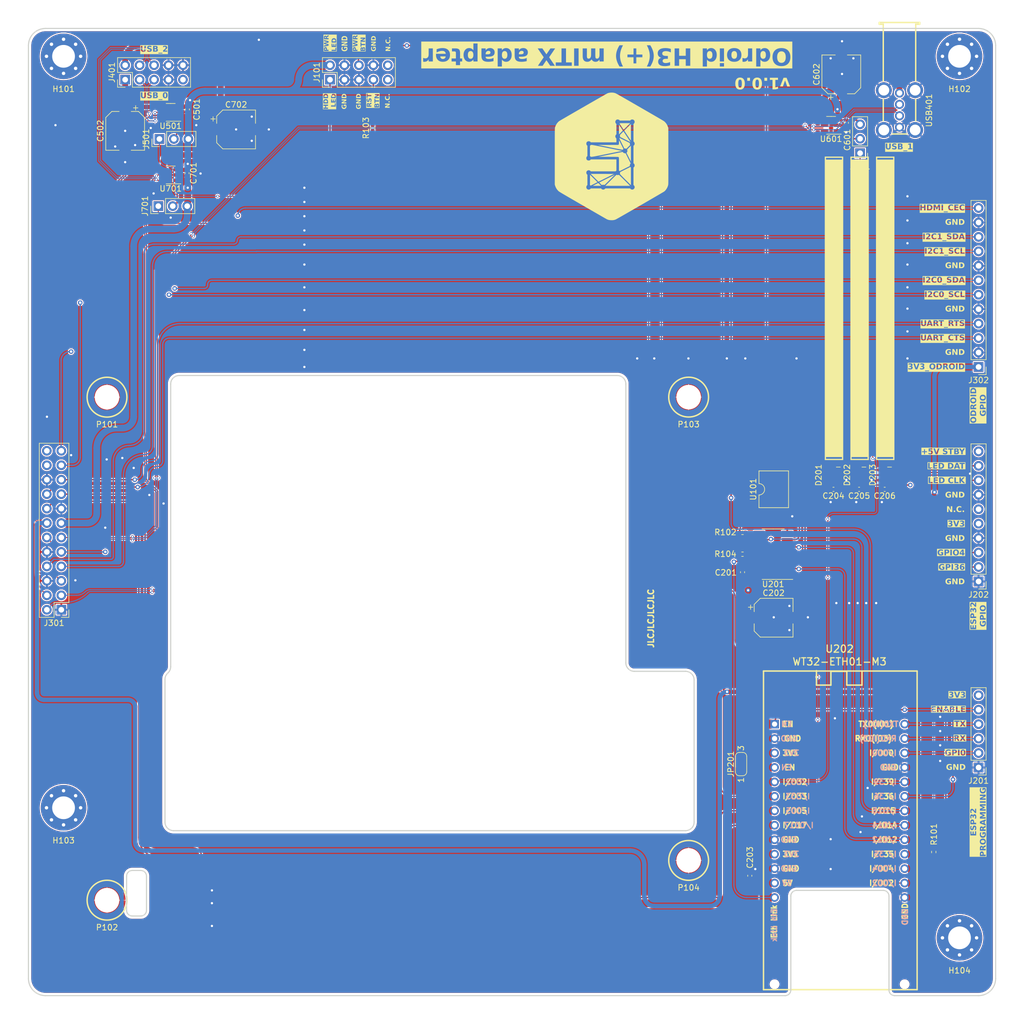
<source format=kicad_pcb>
(kicad_pcb (version 20221018) (generator pcbnew)
  (title_block (title "ODROID H3(+) mITX adapter") (date "2023-05-07") (rev "1.0.0"))
  (layers (0 "F.Cu" signal) (1 "In1.Cu" signal) (2 "In2.Cu" signal) (31 "B.Cu" signal) (34 "B.Paste" user) (35 "F.Paste" user) (36 "B.SilkS" user "B.Silkscreen") (37 "F.SilkS" user "F.Silkscreen") (38 "B.Mask" user) (39 "F.Mask" user) (44 "Edge.Cuts" user))
  (net 0 "")
  (net 1 "GND")
  (net 2 "/ETH_LINK")
  (net 3 "/PWR_ON")
  (net 4 "/+5V_RUN")
  (net 5 "/PWR_BTN")
  (net 6 "/HDD_LED_P")
  (net 7 "/RST_BTN")
  (net 8 "/WT32-ETH01/+5V_STBY")
  (net 9 "/WT32-ETH01/LED_CLOCK_OUT")
  (net 10 "/WT32-ETH01/LED_DATA_OUT")
  (net 11 "/WT32-ETH01/LED_DAT_HV")
  (net 12 "/WT32-ETH01/LED_CLK_HV")
  (net 13 "/WT32-ETH01/GPI36")
  (net 14 "/WT32-ETH01/GPIO04")
  (net 15 "/WT32-ETH01/+3V3_ESP")
  (net 16 "/WT32-ETH01/ENABLE")
  (net 17 "/WT32-ETH01/UART_PROG_TX")
  (net 18 "/WT32-ETH01/UART_PROG_RX")
  (net 19 "/Odroid H3+/I2C1_SCL")
  (net 20 "/Odroid H3+/12C1_SDA")
  (net 21 "/Odroid H3+/+3V3_RUN")
  (net 22 "/Odroid H3+/UART0_RX")
  (net 23 "/Odroid H3+/UART0_TX")
  (net 24 "/Odroid H3+/UART0_CTS")
  (net 25 "/Odroid H3+/UART0_RTS")
  (net 26 "/Odroid H3+/I2C0_SCL")
  (net 27 "/Odroid H3+/12C0_SDA")
  (net 28 "/Odroid H3+/HDMI_CEC")
  (net 29 "Net-(R102-Pad2)")
  (net 30 "/USB/VBUS_0")
  (net 31 "/USB/VBUS_2")
  (net 32 "/USB/USB0_DN")
  (net 33 "/USB/USB2_DN")
  (net 34 "/USB/USB0_DP")
  (net 35 "/USB/USB2_DP")
  (net 36 "/USB/VBUS_1")
  (net 37 "/USB/USB1_DN")
  (net 38 "/USB/USB1_DP")
  (net 39 "/USB/USB0_EN")
  (net 40 "/USB/USB1_EN")
  (net 41 "/USB/USB2_EN")
  (net 42 "Net-(JP201-C)")
  (net 43 "/WT32-ETH01/LED_DAT_LV")
  (net 44 "/WT32-ETH01/LED_CLK_LV")
  (net 45 "/WT32-ETH01/PWR_SENSE")
  (net 46 "/WT32-ETH01/PWR_ON_LV")
  (net 47 "/WT32-ETH01/GPI0")
  (net 49 "/WT32-ETH01/GPI39")
  (net 58 "Net-(D201-CKO)")
  (net 59 "Net-(D201-SDO)")
  (net 60 "Net-(D202-CKO)")
  (net 61 "Net-(D202-SDO)")
  (net 62 "/WT32-ETH01/ETH_LLINK")
  (net 66 "Net-(J501-Pin_2)")
  (net 67 "Net-(J601-Pin_2)")
  (net 68 "Net-(J701-Pin_2)")
  (footprint "Capacitor_SMD:CP_Elec_6.3x7.7" (layer "F.Cu") (at 239.975 160.575)
    (fp_text reference "C202")
    (fp_text value "150uF 10V ±20%")
  )
  (footprint "odroid_h3_uitx_adapter:LED-APA102-2020" (layer "F.Cu") (at 250.5 135.5 180)
    (fp_text reference "D201")
    (fp_text value "APA102-2020")
  )
  (footprint "MountingHole:MountingHole_4mm_Pad_Via" (layer "F.Cu") (at 272.65 216.84)
    (fp_text reference "H104")
    (fp_text value "MountingHole_Pad")
  )
  (footprint "Package_SO:SOIC-14_3.9x8.7mm_P1.27mm" (layer "F.Cu") (at 239.9 149.4 180)
    (fp_text reference "U201")
    (fp_text value "CD74HCT125M96")
  )
  (footprint "odroid_h3_uitx_adapter:WT32-ETH01" (layer "F.Cu") (at 251.571 197.055)
    (fp_text reference "U202")
    (fp_text value "WT32-ETH01-M3")
  )
  (footprint "odroid_h3_uitx_adapter:LED-APA102-2020" (layer "F.Cu") (at 259.5 135.5 180)
    (fp_text reference "D203")
    (fp_text value "APA102-2020")
  )
  (footprint "odroid_h3_uitx_adapter:USB-226-BRY" (layer "F.Cu") (at 262.1 71.35 180)
    (fp_text reference "USB401")
    (fp_text value "USB-226-BRY")
  )
  (footprint "Capacitor_SMD:CP_Elec_6.3x7.7" (layer "F.Cu") (at 126 75 -90)
    (fp_text reference "C502")
    (fp_text value "150uF 10V ±20%")
  )
  (footprint "odroid_h3_uitx_adapter:SMD_BD5.6-D4.1" (layer "F.Cu") (at 122.81 210.22)
    (fp_text reference "P102")
    (fp_text value "SMTSO3035CTJ")
  )
  (footprint "odroid_h3_uitx_adapter:SMD_BD5.6-D4.1" (layer "F.Cu") (at 225.04 121.8)
    (fp_text reference "P103")
    (fp_text value "SMTSO3035CTJ")
  )
  (footprint "odroid_h3_uitx_adapter:PinHeader_1x03_P2.54mm_Vertical" (layer "F.Cu") (at 134.565 76.425 90)
    (fp_text reference "J501")
    (fp_text value "Conn_01x03")
  )
  (footprint "Capacitor_SMD:C_0402_1005Metric" (layer "F.Cu") (at 136.865 82.435 -90)
    (fp_text reference "C701")
    (fp_text value "100nF")
  )
  (footprint "Jumper:SolderJumper-3_P1.3mm_Open_RoundedPad1.0x1.5mm_NumberLabels" (layer "F.Cu") (at 234.25 186.3 90)
    (fp_text reference "JP201")
    (fp_text value "Jumper_3_Open")
  )
  (footprint "Package_TO_SOT_SMD:SOT-23-6" (layer "F.Cu") (at 250.075 74.025 180)
    (fp_text reference "U601")
    (fp_text value "TPD3S014")
  )
  (footprint "Capacitor_SMD:C_0402_1005Metric" (layer "F.Cu") (at 255 138 180)
    (fp_text reference "C205")
    (fp_text value "100nF")
  )
  (footprint "LOGO" (layer "F.Cu") (at 211.5 79.5 180)
    (fp_text reference "G***" hide)
    (fp_text value "LOGO" hide)
  )
  (footprint "Capacitor_SMD:C_0402_1005Metric" (layer "F.Cu") (at 136.925 71.235 -90)
    (fp_text reference "C501")
    (fp_text value "100nF")
  )
  (footprint "Package_DIP:SMDIP-4_W9.53mm" (layer "F.Cu") (at 240 138 90)
    (fp_text reference "U101")
    (fp_text value "LTV-817S")
  )
  (footprint "Package_TO_SOT_SMD:SOT-23-6" (layer "F.Cu") (at 134 82.75 180)
    (fp_text reference "U701")
    (fp_text value "TPD3S014")
  )
  (footprint "odroid_h3_uitx_adapter:PinHeader_2x05_P2.54mm_Vertical" (layer "F.Cu") (at 131.08 64.73 90)
    (fp_text reference "J401")
    (fp_text value "Conn_02x05_Odd_Even")
  )
  (footprint "MountingHole:MountingHole_4mm_Pad_Via" (layer "F.Cu") (at 115.17 193.98)
    (fp_text reference "H103")
    (fp_text value "MountingHole_Pad")
  )
  (footprint "Capacitor_SMD:CP_Elec_6.3x7.7" (layer "F.Cu") (at 145.5 74.75)
    (fp_text reference "C702")
    (fp_text value "150uF 10V ±20%")
  )
  (footprint "odroid_h3_uitx_adapter:PinHeader_1x12_P2.54mm_Vertical" (layer "F.Cu") (at 275.94 102.5 180)
    (fp_text reference "J302")
    (fp_text value "Conn_01x12")
  )
  (footprint "Capacitor_SMD:C_0402_1005Metric" (layer "F.Cu") (at 235.785 205.925 90)
    (fp_text reference "C203")
    (fp_text value "100nF")
  )
  (footprint "Capacitor_SMD:C_0402_1005Metric" (layer "F.Cu") (at 252.765 73.585 -90)
    (fp_text reference "C601")
    (fp_text value "100nF")
  )
  (footprint "Capacitor_SMD:CP_Elec_6.3x7.7" (layer "F.Cu") (at 251.875 65.075 90)
    (fp_text reference "C602")
    (fp_text value "150uF 10V ±20%")
  )
  (footprint "Resistor_SMD:R_0402_1005Metric" (layer "F.Cu") (at 268.125 201.755 90)
    (fp_text reference "R101")
    (fp_text value "1K")
  )
  (footprint "odroid_h3_uitx_adapter:PinHeader_1x03_P2.54mm_Vertical" (layer "F.Cu") (at 134.365 88.225 90)
    (fp_text reference "J701")
    (fp_text value "Conn_01x03")
  )
  (footprint "odroid_h3_uitx_adapter:PinHeader_1x03_P2.54mm_Vertical" (layer "F.Cu") (at 255.175 76.385 180)
    (fp_text reference "J601")
    (fp_text value "Conn_01x03")
  )
  (footprint "odroid_h3_uitx_adapter:SMD_BD5.6-D4.1" (layer "F.Cu") (at 122.81 121.81)
    (fp_text reference "P101")
    (fp_text value "SMTSO3035CTJ")
  )
  (footprint "odroid_h3_uitx_adapter:PinHeader_2x12_P2.54mm_Vertical" (layer "F.Cu") (at 113.505 145.205 180)
    (fp_text reference "J301")
    (fp_text value "Conn_02x12_Top_Bottom")
  )
  (footprint "MountingHole:MountingHole_4mm_Pad_Via" (layer "F.Cu") (at 272.65 61.9)
    (fp_text reference "H102")
    (fp_text value "MountingHole_Pad")
  )
  (footprint "Capacitor_SMD:C_0402_1005Metric" (layer "F.Cu") (at 234.515 152.575 90)
    (fp_text reference "C201")
    (fp_text value "100nF")
  )
  (footprint "Resistor_SMD:R_0402_1005Metric" (layer "F.Cu") (at 169.5 74.5 90)
    (fp_text reference "R103")
    (fp_text value "1K")
  )
  (footprint "odroid_h3_uitx_adapter:LED-APA102-2020" (layer "F.Cu") (at 255 135.5 180)
    (fp_text reference "D202")
    (fp_text value "APA102-2020")
  )
  (footprint "Package_TO_SOT_SMD:SOT-23-6" (layer "F.Cu") (at 134 71.75 180)
    (fp_text reference "U501")
    (fp_text value "TPD3S014")
  )
  (footprint "Resistor_SMD:R_0402_1005Metric" (layer "F.Cu") (at 234.505 149.405 180)
    (fp_text reference "R104")
    (fp_text value "100R")
  )
  (footprint "Capacitor_SMD:C_0402_1005Metric" (layer "F.Cu") (at 259.5 138 180)
    (fp_text reference "C206")
    (fp_text value "100nF")
  )
  (footprint "odroid_h3_uitx_adapter:SMD_BD5.6-D4.1" (layer "F.Cu") (at 225.04 203.23)
    (fp_text reference "P104")
    (fp_text value "SMTSO3035CTJ")
  )
  (footprint "Connector_PinHeader_2.54mm:PinHeader_1x10_P2.54mm_Vertical" (layer "F.Cu") (at 276 154.2 180)
    (fp_text reference "J202")
    (fp_text value "Conn_01x10")
  )
  (footprint "odroid_h3_uitx_adapter:PinHeader_2x05_P2.54mm_Vertical" (layer "F.Cu") (at 167.085 64.735 90)
    (fp_text reference "J101")
    (fp_text value "Conn_02x05_Odd_Even")
  )
  (footprint "Connector_PinHeader_2.54mm:PinHeader_1x06_P2.54mm_Vertical" (layer "F.Cu") (at 276 186.9 180)
    (fp_text reference "J201")
    (fp_text value "Conn_01x06")
  )
  (footprint "Capacitor_SMD:C_0402_1005Metric" (layer "F.Cu") (at 250.5 138 180)
    (fp_text reference "C204")
    (fp_text value "100nF")
  )
  (footprint "Resistor_SMD:R_0402_1005Metric" (layer "F.Cu") (at 234.505 145.585 180)
    (fp_text reference "R102")
    (fp_text value "100R")
  )
  (footprint "MountingHole:MountingHole_4mm_Pad_Via" (layer "F.Cu") (at 115.17 61.9)
    (fp_text reference "H101")
    (fp_text value "MountingHole_Pad")
  )
  (gr_line (start 134 169.178146) (end 134 119.5) (stroke (width 0.2)) (layer "Edge.Cuts"))
  (gr_line (start 129.75 206) (end 129.75 212) (stroke (width 0.2)) (layer "Edge.Cuts"))
  (gr_arc (start 112 227) (mid 109.87868 226.12132) (end 109 224) (stroke (width 0.2)) (layer "Edge.Cuts"))
  (gr_line (start 127.25 205) (end 128.75 205) (stroke (width 0.2)) (layer "Edge.Cuts"))
  (gr_line (start 279 224) (end 279 60) (stroke (width 0.2)) (layer "Edge.Cuts"))
  (gr_arc (start 279 224) (mid 278.12132 226.12132) (end 276 227) (stroke (width 0.2)) (layer "Edge.Cuts"))
  (gr_arc (start 109 60) (mid 109.87868 57.87868) (end 112 57) (stroke (width 0.2)) (layer "Edge.Cuts"))
  (gr_arc (start 226 196.5) (mid 225.56066 197.56066) (end 224.5 198) (stroke (width 0.2)) (layer "Edge.Cuts"))
  (gr_line (start 215.5 170) (end 224.5 170) (stroke (width 0.2)) (layer "Edge.Cuts"))
  (gr_line (start 109 60) (end 109 224) (stroke (width 0.2)) (layer "Edge.Cuts"))
  (gr_line (start 214 119.5) (end 214 168.5) (stroke (width 0.2)) (layer "Edge.Cuts"))
  (gr_arc (start 134 169.178146) (mid 133.869305 169.790518) (end 133.5 170.29618) (stroke (width 0.2)) (layer "Edge.Cuts"))
  (gr_arc (start 242.999998 226) (mid 242.707105 226.707106) (end 241.999998 227) (stroke (width 0.2)) (layer "Edge.Cuts"))
  (gr_arc (start 134 119.5) (mid 134.43934 118.43934) (end 135.5 118) (stroke (width 0.2)) (layer "Edge.Cuts"))
  (gr_line (start 224.5 198) (end 134.5 198) (stroke (width 0.2)) (layer "Edge.Cuts"))
  (gr_line (start 226 171.5) (end 226 196.5) (stroke (width 0.2)) (layer "Edge.Cuts"))
  (gr_arc (start 215.5 170) (mid 214.43934 169.56066) (end 214 168.5) (stroke (width 0.2)) (layer "Edge.Cuts"))
  (gr_line (start 276 57) (end 112 57) (stroke (width 0.2)) (layer "Edge.Cuts"))
  (gr_arc (start 212.5 118) (mid 213.56066 118.43934) (end 214 119.5) (stroke (width 0.2)) (layer "Edge.Cuts"))
  (gr_arc (start 224.5 170) (mid 225.56066 170.43934) (end 226 171.5) (stroke (width 0.2)) (layer "Edge.Cuts"))
  (gr_arc (start 243 209.5) (mid 243.292893 208.792893) (end 244 208.5) (stroke (width 0.2)) (layer "Edge.Cuts"))
  (gr_arc (start 276 57) (mid 278.12132 57.87868) (end 279 60) (stroke (width 0.2)) (layer "Edge.Cuts"))
  (gr_arc (start 129.75 212) (mid 129.457107 212.707107) (end 128.75 213) (stroke (width 0.2)) (layer "Edge.Cuts"))
  (gr_line (start 260.25 209.5) (end 260.25 225.999998) (stroke (width 0.2)) (layer "Edge.Cuts"))
  (gr_arc (start 127.25 213) (mid 126.542893 212.707107) (end 126.25 212) (stroke (width 0.2)) (layer "Edge.Cuts"))
  (gr_line (start 135.5 118) (end 212.5 118) (stroke (width 0.2)) (layer "Edge.Cuts"))
  (gr_line (start 126.25 212) (end 126.25 206) (stroke (width 0.2)) (layer "Edge.Cuts"))
  (gr_line (start 242.999998 226) (end 243 209.5) (stroke (width 0.2)) (layer "Edge.Cuts"))
  (gr_arc (start 259.25 208.5) (mid 259.957107 208.792893) (end 260.25 209.5) (stroke (width 0.2)) (layer "Edge.Cuts"))
  (gr_arc (start 261.25 226.999998) (mid 260.542894 226.707105) (end 260.25 225.999998) (stroke (width 0.2)) (layer "Edge.Cuts"))
  (gr_line (start 128.75 213) (end 127.25 213) (stroke (width 0.2)) (layer "Edge.Cuts"))
  (gr_line (start 244 208.5) (end 259.25 208.5) (stroke (width 0.2)) (layer "Edge.Cuts"))
  (gr_line (start 133 196.5) (end 133 171.414214) (stroke (width 0.2)) (layer "Edge.Cuts"))
  (gr_arc (start 126.25 206) (mid 126.542893 205.292893) (end 127.25 205) (stroke (width 0.2)) (layer "Edge.Cuts"))
  (gr_arc (start 134.5 198) (mid 133.43934 197.56066) (end 133 196.5) (stroke (width 0.2)) (layer "Edge.Cuts"))
  (gr_line (start 112 227) (end 241.999998 227) (stroke (width 0.2)) (layer "Edge.Cuts"))
  (gr_arc (start 128.75 205) (mid 129.457107 205.292893) (end 129.75 206) (stroke (width 0.2)) (layer "Edge.Cuts"))
  (gr_arc (start 133 171.414214) (mid 133.130689 170.801838) (end 133.5 170.29618) (stroke (width 0.2)) (layer "Edge.Cuts"))
  (gr_line (start 261.25 226.999998) (end 276 227) (stroke (width 0.2)) (layer "Edge.Cuts"))
  (gr_text "ENABLE" (at 273.75 176.74) (layer "F.SilkS" knockout) (effects (font (size 1 1)) (justify right)))
  (gr_text "N.C." (at 172.256 61.064 90) (layer "F.SilkS") (effects (font (size 0.8 0.8)) (justify left)))
  (gr_text "I2C1_SCL" (at 273.592 96.18) (layer "F.SilkS" knockout) (effects (font (size 1 1)) (justify right)))
  (gr_text "GND" (at 273.592 98.72) (layer "F.SilkS") (effects (font (size 1 1)) (justify right)))
  (gr_text "I2C0_SCL" (at 273.592 103.8) (layer "F.SilkS" knockout) (effects (font (size 1 1)) (justify right)))
  (gr_text "HDD\nLED" (at 162 68.43 90) (layer "F.SilkS" knockout) (effects (font (size 0.8 0.8)) (justify right)))
  (gr_text "RST\nBTN" (at 169.62 68.43 90) (layer "F.SilkS" knockout) (effects (font (size 0.8 0.8)) (justify right)))
  (gr_text "3V3" (at 273.592 144.122) (layer "F.SilkS" knockout) (effects (font (size 1 1)) (justify right)))
  (gr_text "|                                                     |" (at 259.5 133 90) (layer "F.SilkS" knockout) (effects (font (size 2 2)) (justify left)))
  (gr_text "GND" (at 169.716 61.064 90) (layer "F.SilkS") (effects (font (size 0.8 0.8)) (justify left)))
  (gr_text "Odroid H3(+) mITX adapter" (at 210.75 61.75 180) (layer "F.SilkS" knockout) (effects (font (size 3 3) (thickness 0.3) bold)))
  (gr_text "3V3" (at 273.75 174.2) (layer "F.SilkS" knockout) (effects (font (size 1 1)) (justify right)))
  (gr_text "ODROID\nGPIO" (at 276 123.25 90) (layer "F.SilkS" knockout) (effects (font (size 1 1))))
  (gr_text "ESP32\nGPIO" (at 276 160.25 90) (layer "F.SilkS" knockout) (effects (font (size 1 1))))
  (gr_text "GND" (at 273.592 139.042) (layer "F.SilkS") (effects (font (size 1 1)) (justify right)))
  (gr_text "PWR\nLED" (at 162.096 61.064 90) (layer "F.SilkS" knockout) (effects (font (size 0.8 0.8)) (justify left)))
  (gr_text "I2C0_SDA" (at 273.592 101.26) (layer "F.SilkS" knockout) (effects (font (size 1 1)) (justify right)))
  (gr_text "GND" (at 273.592 106.34) (layer "F.SilkS") (effects (font (size 1 1)) (justify right)))
  (gr_text "N.C." (at 172.16 68.43 90) (layer "F.SilkS") (effects (font (size 0.8 0.8)) (justify right)))
  (gr_text "USB_2" (at 131.08 61.25) (layer "F.SilkS" knockout) (effects (font (size 1 1)) (justify bottom)))
  (gr_text "|                                                     |" (at 255 133 90) (layer "F.SilkS" knockout) (effects (font (size 2 2)) (justify left)))
  (gr_text "3V3_ODROID" (at 273.592 116.5) (layer "F.SilkS" knockout) (effects (font (size 1 1)) (justify right)))
  (gr_text "UART_CTS" (at 273.592 111.42) (layer "F.SilkS" knockout) (effects (font (size 1 1)) (justify right)))
  (gr_text "GND" (at 273.592 146.662) (layer "F.SilkS") (effects (font (size 1 1)) (justify right)))
  (gr_text "GPI0" (at 273.75 184.36) (layer "F.SilkS" knockout) (effects (font (size 1 1)) (justify right)))
  (gr_text "ESP32\nPROGRAMMING" (at 276 196.5 90) (layer "F.SilkS" knockout) (effects (font (size 1 1))))
  (gr_text "GND" (at 273.592 113.96) (layer "F.SilkS") (effects (font (size 1 1)) (justify right)))
  (gr_text "JLCJLCJLCJLC" (at 219 166 90) (layer "F.SilkS") (effects (font (size 1 1) (thickness 0.25) bold) (justify left bottom)))
  (gr_text "|                                                     |" (at 250.5 133 90) (layer "F.SilkS" knockout) (effects (font (size 2 2)) (justify left)))
  (gr_text "N.C." (at 273.592 141.582) (layer "F.SilkS") (effects (font (size 1 1)) (justify right)))
  (gr_text "GND" (at 164.636 61.064 90) (layer "F.SilkS") (effects (font (size 1 0.8)) (justify left)))
  (gr_text "+5V STBY" (at 273.592 131.422) (layer "F.SilkS" knockout) (effects (font (size 1 1)) (justify right)))
  (gr_text "RX" (at 273.75 181.82) (layer "F.SilkS" knockout) (effects (font (size 1 1)) (justify right)))
  (gr_text "GND" (at 273.592 91.1) (layer "F.SilkS") (effects (font (size 1 1)) (justify right)))
  (gr_text "UART_RTS" (at 273.592 108.88) (layer "F.SilkS" knockout) (effects (font (size 1 1)) (justify right)))
  (gr_text "LED DAT" (at 273.592 133.962) (layer "F.SilkS" knockout) (effects (font (size 1 1)) (justify right)))
  (gr_text "PWR\nBTN" (at 167.176 61.064 90) (layer "F.SilkS" knockout) (effects (font (size 0.8 0.8)) (justify left)))
  (gr_text "GPI36" (at 273.592 151.742) (layer "F.SilkS" knockout) (effects (font (size 1 1)) (justify right)))
  (gr_text "USB_1" (at 262 77.25) (layer "F.SilkS" knockout) (effects (font (size 1 1)) (justify top)))
  (gr_text "v1.0.0" (at 238 66.5 180) (layer "F.SilkS") (effects (font (size 2 2) (thickness 0.3) bold)))
  (gr_text "HDMI_CEC" (at 273.592 88.56) (layer "F.SilkS" knockout) (effects (font (size 1 1)) (justify right)))
  (gr_text "GND" (at 164.54 68.43 90) (layer "F.SilkS") (effects (font (size 0.8 0.8)) (justify right)))
  (gr_text "TX" (at 273.75 179.28) (layer "F.SilkS" knockout) (effects (font (size 1 1)) (justify right)))
  (gr_text "I2C1_SDA" (at 273.592 93.64) (layer "F.SilkS" knockout) (effects (font (size 1 1)) (justify right)))
  (gr_text "GND" (at 167.08 68.43 90) (layer "F.SilkS") (effects (font (size 0.8 0.8)) (justify right)))
  (gr_text "GND" (at 273.75 186.9) (layer "F.SilkS") (effects (font (size 1 1)) (justify right)))
  (gr_text "LED CLK" (at 273.592 136.502) (layer "F.SilkS" knockout) (effects (font (size 1 1)) (justify right)))
  (gr_text "GPIO4" (at 273.592 149.202) (layer "F.SilkS" knockout) (effects (font (size 1 1)) (justify right)))
  (gr_text "GND" (at 273.592 154.282) (layer "F.SilkS") (effects (font (size 1 1)) (justify right)))
  (gr_text "USB_0" (at 131.08 68.25) (layer "F.SilkS" knockout) (effects (font (size 1 1)) (justify top)))
  (via (at 263.5 110.25) (size 0.8) (drill 0.4) (layers "F.Cu" "B.Cu") (net 1))
  (via (at 240 160.5) (size 0.8) (drill 0.4) (layers "F.Cu" "B.Cu") (net 1))
  (via (at 141.25 210.75) (size 0.8) (drill 0.4) (layers "F.Cu" "B.Cu") (net 1))
  (via (at 246 160.5) (size 0.8) (drill 0.4) (layers "F.Cu" "B.Cu") (net 1))
  (via (at 242.75 158.5) (size 0.8) (drill 0.4) (layers "F.Cu" "B.Cu") (net 1))
  (via (at 250 140.25) (size 0.8) (drill 0.4) (layers "F.Cu" "B.Cu") (net 1))
  (via (at 157.5 92.5) (size 0.8) (drill 0.4) (layers "F.Cu" "B.Cu") (net 1))
  (via (at 157.5 106.5) (size 0.8) (drill 0.4) (layers "F.Cu" "B.Cu") (net 1))
  (via (at 255.25 198.25) (size 0.8) (drill 0.4) (layers "F.Cu" "B.Cu") (net 1))
  (via (at 242.75 162.75) (size 0.8) (drill 0.4) (layers "F.Cu" "B.Cu") (net 1))
  (via (at 263.5 98.5) (size 0.8) (drill 0.4) (layers "F.Cu" "B.Cu") (net 1))
  (via (at 252 59.25) (size 0.8) (drill 0.4) (layers "F.Cu" "B.Cu") (net 1))
  (via (at 157.5 113.5) (size 0.8) (drill 0.4) (layers "F.Cu" "B.Cu") (net 1))
  (via (at 130.5 74.5) (size 0.8) (drill 0.4) (layers "F.Cu" "B.Cu") (net 1))
  (via (at 126 80.5) (size 0.8) (drill 0.4) (layers "F.Cu" "B.Cu") (net 1))
  (via (at 263.5 102.5) (size 0.8) (drill 0.4) (layers "F.Cu" "B.Cu") (net 1))
  (via (at 157.5 110) (size 0.8) (drill 0.4) (layers "F.Cu" "B.Cu") (net 1))
  (via (at 157.5 87.5) (size 0.8) (drill 0.4) (layers "F.Cu" "B.Cu") (net 1))
  (via (at 256.5 190.5) (size 0.8) (drill 0.4) (layers "F.Cu" "B.Cu") (net 1))
  (via (at 254.75 158) (size 0.8) (drill 0.4) (layers "F.Cu" "B.Cu") (net 1))
  (via (at 132.75 140.5) (size 0.8) (drill 0.4) (layers "F.Cu" "B.Cu") (net 1))
  (via (at 157.5 102.5) (size 0.8) (drill 0.4) (layers "F.Cu" "B.Cu") (net 1))
  (via (at 243.25 142.75) (size 0.8) (drill 0.4) (layers "F.Cu" "B.Cu") (net 1))
  (via (at 257.2 136.35) (size 0.8) (drill 0.4) (layers "F.Cu" "B.Cu") (net 1))
  (via (at 157.5 90) (size 0.8) (drill 0.4) (layers "F.Cu" "B.Cu") (net 1))
  (via (at 236.75 204.75) (size 0.8) (drill 0.4) (layers "F.Cu" "B.Cu") (net 1))
  (via (at 127.75 77.5) (size 0.8) (drill 0.4) (layers "F.Cu" "B.Cu") (net 1))
  (via (at 263.5 90.75) (size 0.8) (drill 0.4) (layers "F.Cu" "B.Cu") (net 1))
  (via (at 149.5 59) (size 0.8) (drill 0.4) (layers "F.Cu" "B.Cu") (net 1))
  (via (at 231.75 115) (size 0.8) (drill 0.4) (layers "F.Cu" "B.Cu") (net 1))
  (via (at 269.25 185.75) (size 0.8) (drill 0.4) (layers "F.Cu" "B.Cu") (net 1))
  (via (at 253.25 158) (size 0.8) (drill 0.4) (layers "F.Cu" "B.Cu") (net 1))
  (via (at 151.25 74.75) (size 0.8) (drill 0.4) (layers "F.Cu" "B.Cu") (net 1))
  (via (at 225 115) (size 0.8) (drill 0.4) (layers "F.Cu" "B.Cu") (net 1))
  (via (at 139.25 82.5) (size 0.8) (drill 0.4) (layers "F.Cu" "B.Cu") (net 1))
  (via (at 252.75 75.25) (size 0.8) (drill 0.4) (layers "F.Cu" "B.Cu") (net 1))
  (via (at 113.75 74) (size 0.8) (drill 0.4) (layers "F.Cu" "B.Cu") (net 1))
  (via (at 259 140.25) (size 0.8) (drill 0.4) (layers "F.Cu" "B.Cu") (net 1))
  (via (at 244 115) (size 0.8) (drill 0.4) (layers "F.Cu" "B.Cu") (net 1))
  (via (at 157.5 116.5) (size 0.8) (drill 0.4) (layers "F.Cu" "B.Cu") (net 1))
  (via (at 112.25 125.25) (size 0.8) (drill 0.4) (layers "F.Cu" "B.Cu") (net 1))
  (via (at 141.25 208.5) (size 0.8) (drill 0.4) (layers "F.Cu" "B.Cu") (net 1))
  (via (at 251 158) (size 0.8) (drill 0.4) (layers "F.Cu" "B.Cu") (net 1))
  (via (at 235 115) (size 0.8) (drill 0.4) (layers "F.Cu" "B.Cu") (net 1))
  (via (at 250.75 178.25) (size 0.8) (drill 0.4) (layers "F.Cu" "B.Cu") (net 1))
  (via (at 130.25 139) (size 0.8) (drill 0.4) (layers "F.Cu" "B.Cu") (net 1))
  (via (at 252.75 136.35) (size 0.8) (drill 0.4) (layers "F.Cu" "B.Cu") (net 1))
  (via (at 254.5 140.25) (size 0.8) (drill 0.4) (layers "F.Cu" "B.Cu") (net 1))
  (via (at 157.5 95) (size 0.8) (drill 0.4) (layers "F.Cu" "B.Cu") (net 1))
  (via (at 124.25 77.75) (size 0.8) (drill 0.4) (layers "F.Cu" "B.Cu") (net 1))
  (via (at 258 158) (size 0.8) (drill 0.4) (layers "F.Cu" "B.Cu") (net 1))
  (via (at 134 90.25) (size 0.8) (drill 0.4) (layers "F.Cu" "B.Cu") (net 1))
  (via (at 145.5 74.75) (size 0.8) (drill 0.4) (layers "F.Cu" "B.Cu") (net 1))
  (via (at 125.5 132.5) (size 0.8) (drill 0.4) (layers "F.Cu" "B.Cu") (net 1))
  (via (at 263.5 94.75) (size 0.8) (drill 0.4) (layers "F.Cu" "B.Cu") (net 1))
  (via (at 122.5 144.75) (size 0.8) (drill 0.4) (layers "F.Cu" "B.Cu") (net 1))
  (via (at 269.25 180.5) (size 0.8) (drill 0.4) (layers "F.Cu" "B.Cu") (net 1))
  (via (at 255.5 195.5) (size 0.8) (drill 0.4) (layers "F.Cu" "B.Cu") (net 1))
  (via (at 148.25 72.5) (size 0.8) (drill 0.4) (layers "F.Cu" "B.Cu") (net 1))
  (via (at 117.25 154) (size 0.8) (drill 0.4) (layers "F.Cu" "B.Cu") (net 1))
  (via (at 269.25 183) (size 0.8) (drill 0.4) (layers "F.Cu" "B.Cu") (net 1))
  (via (at 116.5 132) (size 0.8) (drill 0.4) (layers "F.Cu" "B.Cu") (net 1))
  (via (at 141.25 214.75) (size 0.8) (drill 0.4) (layers "F.Cu" "B.Cu") (net 1))
  (via (at 263.5 115) (size 0.8) (drill 0.4) (layers "F.Cu" "B.Cu") (net 1))
  (via (at 131 86) (size 0.8) (drill 0.4) (layers "F.Cu" "B.Cu") (net 1))
  (via (at 127.5 134.25) (size 0.8) (drill 0.4) (layers "F.Cu" "B.Cu") (net 1))
  (via (at 138.5 74) (size 0.8) (drill 0.4) (layers "F.Cu" "B.Cu") (net 1))
  (via (at 256.25 158) (size 0.8) (drill 0.4) (layers "F.Cu" "B.Cu") (net 1))
  (via (at 157.5 98.5) (size 0.8) (drill 0.4) (layers "F.Cu" "B.Cu") (net 1))
  (via (at 252 65) (size 0.8) (drill 0.4) (layers "F.Cu" "B.Cu") (net 1))
  (via (at 216 115) (size 0.8) (drill 0.4) (layers "F.Cu" "B.Cu") (net 1))
  (via (at 157.5 85) (size 0.8) (drill 0.4) (layers "F.Cu" "B.Cu") (net 1))
  (via (at 263.5 106.25) (size 0.8) (drill 0.4) (layers "F.Cu" "B.Cu") (net 1))
  (via (at 250 62.25) (size 0.8) (drill 0.4) (layers "F.Cu" "B.Cu") (net 1))
  (via (at 250 204.75) (size 0.8) (drill 0.4) (layers "F.Cu" "B.Cu") (net 1))
  (via (at 274.5 135.25) (size 0.8) (drill 0.4) (layers "F.Cu" "B.Cu") (net 1))
  (via (at 263.5 86.5) (size 0.8) (drill 0.4) (layers "F.Cu" "B.Cu") (net 1))
  (via (at 148.25 76.75) (size 0.8) (drill 0.4) (layers "F.Cu" "B.Cu") (net 1))
  (via (at 269.25 178) (size 0.8) (drill 0.4) (layers "F.Cu" "B.Cu") (net 1))
  (via (at 219 115) (size 0.8) (drill 0.4) (layers "F.Cu" "B.Cu") (net 1))
  (via (at 250 199.5) (size 0.8) (drill 0.4) (layers "F.Cu" "B.Cu") (net 1))
  (via (at 254 62.25) (size 0.8) (drill 0.4) (layers "F.Cu" "B.Cu") (net 1))
  (via (at 122.75 132.75) (size 0.8) (drill 0.4) (layers "F.Cu" "B.Cu") (net 1))
  (via (at 126 75) (size 0.8) (drill 0.4) (layers "F.Cu" "B.Cu") (net 1))
  (segment (start 235.015 149.405) (end 237.42 149.405) (width 0.25) (layer "F.Cu") (net 2))
  (arc (start 237.42 149.405) (mid 237.423536 149.403536) (end 237.425 149.4) (width 0.25) (layer "F.Cu") (net 2))
  (segment (start 235.015 145.585) (end 237.42 145.585) (width 0.25) (layer "F.Cu") (net 3))
  (arc (start 237.42 145.585) (mid 237.423536 145.586464) (end 237.425 145.59) (width 0.25) (layer "F.Cu") (net 3))
  (segment (start 135.1825 70.755) (end 136.925 70.755) (width 0.8) (layer "F.Cu") (net 4))
  (segment (start 136.865 81.855) (end 136.865 80.935) (width 0.8) (layer "F.Cu") (net 4))
  (segment (start 136.865 81.855) (end 135.1925 81.855) (width 0.75) (layer "F.Cu") (net 4))
  (segment (start 254.435 73.105) (end 252.765 73.105) (width 0.25) (layer "F.Cu") (net 4))
  (segment (start 137 85) (end 137 88.13) (width 1.2) (layer "F.Cu") (net 4))
  (segment (start 136.925 70.755) (end 136.925 70.081152) (width 0.8) (layer "F.Cu") (net 4))
  (segment (start 251.2125 73.075) (end 251.2125 71.2125) (width 0.8) (layer "F.Cu") (net 4))
  (segment (start 251.2125 73.075) (end 252.735 73.075) (width 0.25) (layer "F.Cu") (net 4))
  (via (at 251.2 71.2) (size 0.8) (drill 0.4) (layers "F.Cu" "B.Cu") (net 4))
  (via (at 137 80.8) (size 0.8) (drill 0.4) (layers "F.Cu" "B.Cu") (net 4))
  (via (at 137.403076 69.603076) (size 0.8) (drill 0.4) (layers "F.Cu" "B.Cu") (net 4))
  (via (at 137 85) (size 0.8) (drill 0.4) (layers "F.Cu" "B.Cu") (net 4))
  (arc (start 135.1375 70.8) (mid 135.15068 70.76818) (end 135.1825 70.755) (width 0.8) (layer "F.Cu") (net 4))
  (arc (start 251.2125 71.2125) (mid 251.208839 71.203661) (end 251.2 71.2) (width 0.25) (layer "F.Cu") (net 4))
  (arc (start 136.865 80.935) (mid 136.904541 80.839541) (end 137 80.8) (width 0.8) (layer "F.Cu") (net 4))
  (arc (start 137 88.13) (mid 136.972175 88.197175) (end 136.905 88.225) (width 1.2) (layer "F.Cu") (net 4))
  (arc (start 252.735 73.075) (mid 252.756213 73.083787) (end 252.765 73.105) (width 0.25) (layer "F.Cu") (net 4))
  (arc (start 136.925 70.081152) (mid 137.065025 69.743101) (end 137.403076 69.603076) (width 0.8) (layer "F.Cu") (net 4))
  (arc (start 255.175 73.845) (mid 254.958259 73.321741) (end 254.435 73.105) (width 0.25) (layer "F.Cu") (net 4))
  (segment (start 140 68) (end 153.5 68) (width 1.2) (layer "B.Cu") (net 4))
  (segment (start 130.5 92.25) (end 134.5 92.25) (width 1.2) (layer "B.Cu") (net 4))
  (segment (start 159.04 63.46) (end 162 63.46) (width 1.2) (layer "B.Cu") (net 4))
  (segment (start 153.5 68) (end 154.5 68) (width 1.2) (layer "B.Cu") (net 4))
  (segment (start 137 80.9) (end 137 85) (width 1.2) (layer "B.Cu") (net 4))
  (segment (start 127.5 125.25) (end 127.5 95.25) (width 1.2) (layer "B.Cu") (net 4))
  (segment (start 137.095 76.425) (end 137.095 70.905) (width 1.2) (layer "B.Cu") (net 4))
  (segment (start 248 68) (end 153.5 68) (width 1.2) (layer "B.Cu") (net 4))
  (segment (start 136.905 88.225) (end 136.905 89.845) (width 1.2) (layer "B.Cu") (net 4))
  (segment (start 137 76.52) (end 137 80.9) (width 1.2) (layer "B.Cu") (net 4))
  (segment (start 124.5 127.25) (end 125.5 127.25) (width 1.2) (layer "B.Cu") (net 4))
  (segment (start 121 142.25) (end 121 130.75) (width 1.2) (layer "B.Cu") (net 4))
  (segment (start 114.735 143.935) (end 119.315 143.935) (width 1.2) (layer "B.Cu") (net 4))
  (arc (start 125.5 127.25) (mid 126.914214 126.664214) (end 127.5 125.25) (width 1.2) (layer "B.Cu") (net 4))
  (arc (start 137.095 70.905) (mid 137.945855 68.850855) (end 140 68) (width 1.2) (layer "B.Cu") (net 4))
  (arc (start 136.905 76.615) (mid 136.96065 76.48065) (end 137.095 76.425) (width 1.2) (layer "B.Cu") (net 4))
  (arc (start 121 130.75) (mid 122.025126 128.275126) (end 124.5 127.25) (width 1.2) (layer "B.Cu") (net 4))
  (arc (start 119.315 143.935) (mid 120.506475 143.441475) (end 121 142.25) (width 1.2) (layer "B.Cu") (net 4))
  (arc (start 137.095 76.425) (mid 137.027825 76.452825) (end 137 76.52) (width 1.2) (layer "B.Cu") (net 4))
  (arc (start 136.905 89.845) (mid 136.200592 91.545592) (end 134.5 92.25) (width 1.2) (layer "B.Cu") (net 4))
  (arc (start 251.2 71.2) (mid 250.262742 68.937258) (end 248 68) (width 1.2) (layer "B.Cu") (net 4))
  (arc (start 154.5 68) (mid 155.914214 67.414214) (end 156.5 66) (width 1.2) (layer "B.Cu") (net 4))
  (arc (start 127.5 95.25) (mid 128.37868 93.12868) (end 130.5 92.25) (width 1.2) (layer "B.Cu") (net 4))
  (arc (start 156.5 66) (mid 157.243949 64.203949) (end 159.04 63.46) (width 1.2) (layer "B.Cu") (net 4))
  (segment (start 237 60) (end 169 60) (width 0.25) (layer "F.Cu") (net 5))
  (segment (start 167 62) (end 167 63.38) (width 0.25) (layer "F.Cu") (net 5))
  (segment (start 238.73 133.235) (end 238.73 61.73) (width 0.25) (layer "F.Cu") (net 5))
  (via (at 175.5 60) (size 0.8) (drill 0.4) (layers "F.Cu" "B.Cu") (net 5))
  (via (at 122.5 149) (size 0.8) (drill 0.4) (layers "F.Cu" "B.Cu") (net 5))
  (arc (start 167 63.38) (mid 167.023431 63.436569) (end 167.08 63.46) (width 0.25) (layer "F.Cu") (net 5))
  (arc (start 169 60) (mid 167.585786 60.585786) (end 167 62) (width 0.25) (layer "F.Cu") (net 5))
  (arc (start 238.73 61.73) (mid 238.223295 60.506705) (end 237 60) (width 0.25) (layer "F.Cu") (net 5))
  (segment (start 114.735 149.015) (end 122.485 149.015) (width 0.25) (layer "B.Cu") (net 5))
  (arc (start 122.485 149.015) (mid 122.495607 149.010607) (end 122.5 149) (width 0.25) (layer "B.Cu") (net 5))
  (segment (start 230 83) (end 164 83) (width 0.25) (layer "F.Cu") (net 6))
  (segment (start 233.995 149.405) (end 231.905 149.405) (width 0.25) (layer "F.Cu") (net 6))
  (segment (start 162 81) (end 162 66) (width 0.25) (layer "F.Cu") (net 6))
  (segment (start 231 148.5) (end 231 84) (width 0.25) (layer "F.Cu") (net 6))
  (arc (start 164 83) (mid 162.585786 82.414214) (end 162 81) (width 0.25) (layer "F.Cu") (net 6))
  (arc (start 231 84) (mid 230.707107 83.292893) (end 230 83) (width 0.25) (layer "F.Cu") (net 6))
  (arc (start 231.905 149.405) (mid 231.265068 149.139932) (end 231 148.5) (width 0.25) (layer "F.Cu") (net 6))
  (segment (start 169.62 66) (end 169.62 73.87) (width 0.25) (layer "F.Cu") (net 7))
  (arc (start 169.62 73.87) (mid 169.584853 73.954853) (end 169.5 73.99) (width 0.25) (layer "F.Cu") (net 7))
  (segment (start 237.425 153.21) (end 235.75 153.21) (width 0.25) (layer "F.Cu") (net 8))
  (segment (start 250.5 136.33) (end 251.28 136.33) (width 0.127) (layer "F.Cu") (net 8))
  (segment (start 251.35 137.63) (end 251.35 137.25) (width 0.25) (layer "F.Cu") (net 8))
  (segment (start 260.35 137.25) (end 260.35 136.4) (width 0.25) (layer "F.Cu") (net 8))
  (segment (start 255 136.33) (end 255.78 136.33) (width 0.127) (layer "F.Cu") (net 8))
  (segment (start 235.75 153.21) (end 235.75 155.5) (width 0.25) (layer "F.Cu") (net 8))
  (segment (start 251.35 137.25) (end 255.85 137.25) (width 0.25) (layer "F.Cu") (net 8))
  (segment (start 255.85 137.25) (end 260.35 137.25) (width 0.25) (layer "F.Cu") (net 8))
  (segment (start 237.275 157.525) (end 237.275 160.575) (width 1.2) (layer "F.Cu") (net 8))
  (segment (start 235.75 153.21) (end 234.67 153.21) (width 0.25) (layer "F.Cu") (net 8))
  (segment (start 259.5 136.33) (end 260.28 136.33) (width 0.127) (layer "F.Cu") (net 8))
  (segment (start 260.35 137.25) (end 264 137.25) (width 0.25) (layer "F.Cu") (net 8))
  (segment (start 255.85 137.63) (end 255.85 137.25) (width 0.25) (layer "F.Cu") (net 8))
  (segment (start 251.35 137.25) (end 251.35 136.4) (width 0.25) (layer "F.Cu") (net 8))
  (segment (start 255.85 137.25) (end 255.85 136.4) (width 0.25) (layer "F.Cu") (net 8))
  (segment (start 238.568 207.215) (end 236.595 207.215) (width 0.5) (layer "F.Cu") (net 8))
  (segment (start 260.35 137.63) (end 260.35 137.25) (width 0.25) (layer "F.Cu") (net 8))
  (via (at 264 137.25) (size 0.8) (drill 0.4) (layers "F.Cu" "B.Cu") (net 8))
  (via (at 235.5 155.75) (size 0.8) (drill 0.4) (layers "F.Cu" "B.Cu") (net 8))
  (arc (start 255.48 138) (mid 255.74163 137.89163) (end 255.85 137.63) (width 0.25) (layer "F.Cu") (net 8))
  (arc (start 236.595 207.215) (mid 236.022244 206.977756) (end 235.785 206.405) (width 0.5) (layer "F.Cu") (net 8))
  (arc (start 235.75 155.5) (mid 235.676777 155.676777) (end 235.5 155.75) (width 0.25) (layer "F.Cu") (net 8))
  (arc (start 235.5 155.75) (mid 236.755115 156.269885) (end 237.275 157.525) (width 1.2) (layer "F.Cu") (net 8))
  (arc (start 250.98 138) (mid 251.24163 137.89163) (end 251.35 137.63) (width 0.25) (layer "F.Cu") (net 8))
  (arc (start 234.67 153.21) (mid 234.560398 153.164602) (end 234.515 153.055) (width 0.25) (layer "F.Cu") (net 8))
  (arc (start 255.78 136.33) (mid 255.829497 136.350503) (end 255.85 136.4) (width 0.127) (layer "F.Cu") (net 8))
  (arc (start 259.98 138) (mid 260.24163 137.89163) (end 260.35 137.63) (width 0.25) (layer "F.Cu") (net 8))
  (arc (start 260.28 136.33) (mid 260.329497 136.350503) (end 260.35 136.4) (width 0.127) (layer "F.Cu") (net 8))
  (arc (start 251.28 136.33) (mid 251.329497 136.350503) (end 251.35 136.4) (width 0.127) (layer "F.Cu") (net 8))
  (segment (start 272.67 136.42) (end 276 136.42) (width 0.25) (layer "F.Cu") (net 9))
  (segment (start 260.35 135.5) (end 271.75 135.5) (width 0.25) (layer "F.Cu") (net 9))
  (arc (start 272 135.75) (mid 272.196238 136.223762) (end 272.67 136.42) (width 0.25) (layer "F.Cu") (net 9))
  (arc (start 271.75 135.5) (mid 271.926777 135.573223) (end 272 135.75) (width 0.25) (layer "F.Cu") (net 9))
  (segment (start 271.65 134.6) (end 260.35 134.6) (width 0.25) (layer "F.Cu") (net 10))
  (segment (start 276 133.88) (end 272.37 133.88) (width 0.25) (layer "F.Cu") (net 10))
  (arc (start 272 134.25) (mid 271.897487 134.497487) (end 271.65 134.6) (width 0.25) (layer "F.Cu") (net 10))
  (arc (start 272.37 133.88) (mid 272.10837 133.98837) (end 272 134.25) (width 0.25) (layer "F.Cu") (net 10))
  (segment (start 244.5 146) (end 244.5 136) (width 0.25) (layer "F.Cu") (net 11))
  (segment (start 245.9 134.6) (end 249.65 134.6) (width 0.25) (layer "F.Cu") (net 11))
  (segment (start 242.375 146.86) (end 243.64 146.86) (width 0.25) (layer "F.Cu") (net 11))
  (arc (start 244.5 136) (mid 244.910051 135.010051) (end 245.9 134.6) (width 0.25) (layer "F.Cu") (net 11))
  (arc (start 243.64 146.86) (mid 244.248112 146.608112) (end 244.5 146) (width 0.25) (layer "F.Cu") (net 11))
  (segment (start 242.375 150.67) (end 244.33 150.67) (width 0.25) (layer "F.Cu") (net 12))
  (segment (start 246.25 135.5) (end 249.65 135.5) (width 0.25) (layer "F.Cu") (net 12))
  (segment (start 245.5 149.5) (end 245.5 136.25) (width 0.25) (layer "F.Cu") (net 12))
  (arc (start 244.33 150.67) (mid 245.157315 150.327315) (end 245.5 149.5) (width 0.25) (layer "F.Cu") (net 12))
  (arc (start 245.5 136.25) (mid 245.71967 135.71967) (end 246.25 135.5) (width 0.25) (layer "F.Cu") (net 12))
  (segment (start 271.5 153.5) (end 271.5 189) (width 0.25) (layer "F.Cu") (net 13))
  (segment (start 271.5 152.5) (end 271.5 153.5) (width 0.25) (layer "F.Cu") (net 13))
  (segment (start 276 151.66) (end 272.34 151.66) (width 0.25) (layer "F.Cu") (net 13))
  (via (at 271.5 189) (size 0.8) (drill 0.4) (layers "F.Cu" "B.Cu") (net 13))
  (arc (start 272.34 151.66) (mid 271.74603 151.90603) (end 271.5 152.5) (width 0.25) (layer "F.Cu") (net 13))
  (segment (start 271.5 189) (end 271.5 190.5) (width 0.25) (layer "B.Cu") (net 13))
  (segment (start 270 192) (end 263.026 192) (width 0.25) (layer "B.Cu") (net 13))
  (arc (start 263.026 192) (mid 263.008322 191.992678) (end 263.001 191.975) (width 0.25) (layer "B.Cu") (net 13))
  (arc (start 271.5 190.5) (mid 271.06066 191.56066) (end 270 192) (width 0.25) (layer "B.Cu") (net 13))
  (segment (start 276 149.12) (end 271.38 149.12) (width 0.25) (layer "F.Cu") (net 14))
  (segment (start 270.25 150.25) (end 270.25 203.25) (width 0.25) (layer "F.Cu") (net 14))
  (segment (start 268.825 204.675) (end 264.668 204.675) (width 0.25) (layer "F.Cu") (net 14))
  (arc (start 271.38 149.12) (mid 270.580969 149.450969) (end 270.25 150.25) (width 0.25) (layer "F.Cu") (net 14))
  (arc (start 270.25 203.25) (mid 269.832627 204.257627) (end 268.825 204.675) (width 0.25) (layer "F.Cu") (net 14))
  (segment (start 238.568 184.355) (end 234.895 184.355) (width 0.25) (layer "F.Cu") (net 15))
  (arc (start 234.895 184.355) (mid 234.438916 184.543916) (end 234.25 185) (width 0.25) (layer "F.Cu") (net 15))
  (segment (start 263 176.75) (end 259.01 176.75) (width 0.25) (layer "F.Cu") (net 16))
  (segment (start 259 176.74) (end 242.676 176.74) (width 0.25) (layer "F.Cu") (net 16))
  (via (at 263 176.75) (size 0.8) (drill 0.4) (layers "F.Cu" "B.Cu") (net 16))
  (arc (start 242.676 176.74) (mid 240.883484 177.482484) (end 240.141 179.275) (width 0.25) (layer "F.Cu") (net 16))
  (arc (start 259.01 176.75) (mid 259.002929 176.747071) (end 259 176.74) (width 0.25) (layer "F.Cu") (net 16))
  (segment (start 276 176.74) (end 263 176.74) (width 0.25) (layer "B.Cu") (net 16))
  (segment (start 263 176.74) (end 263 176.75) (width 0.25) (layer "B.Cu") (net 16))
  (segment (start 263.001 179.275) (end 275.995 179.275) (width 0.25) (layer "B.Cu") (net 17))
  (arc (start 275.995 179.275) (mid 275.998536 179.276464) (end 276 179.28) (width 0.25) (layer "B.Cu") (net 17))
  (segment (start 276 181.82) (end 263.006 181.82) (width 0.25) (layer "B.Cu") (net 18))
  (arc (start 263.006 181.82) (mid 263.002464 181.818536) (end 263.001 181.815) (width 0.25) (layer "B.Cu") (net 18))
  (segment (start 130.8 128.1) (end 130.8 130.4) (width 0.25) (layer "B.Cu") (net 19))
  (segment (start 124.845 151.555) (end 114.735 151.555) (width 0.25) (layer "B.Cu") (net 19))
  (segment (start 125.7 135.5) (end 125.7 150.7) (width 0.25) (layer "B.Cu") (net 19))
  (segment (start 130.8 98.8) (end 130.8 128.1) (width 0.25) (layer "B.Cu") (net 19))
  (segment (start 276 96.18) (end 149.1 96.18) (width 0.25) (layer "B.Cu") (net 19))
  (segment (start 149.08 96.2) (end 133.4 96.2) (width 0.25) (layer "B.Cu") (net 19))
  (arc (start 149.1 96.18) (mid 149.094142 96.194142) (end 149.08 96.2) (width 0.25) (layer "B.Cu") (net 19))
  (arc (start 129.3 131.9) (mid 126.754416 132.954416) (end 125.7 135.5) (width 0.25) (layer "B.Cu") (net 19))
  (arc (start 125.7 150.7) (mid 125.449576 151.304576) (end 124.845 151.555) (width 0.25) (layer "B.Cu") (net 19))
  (arc (start 133.4 96.2) (mid 131.561522 96.961522) (end 130.8 98.8) (width 0.25) (layer "B.Cu") (net 19))
  (arc (start 130.8 130.4) (mid 130.36066 131.46066) (end 129.3 131.9) (width 0.25) (layer "B.Cu") (net 19))
  (segment (start 131.1 94.9) (end 145.1 94.9) (width 0.25) (layer "B.Cu") (net 20))
  (segment (start 112.195 151.555) (end 113.45 150.3) (width 0.25) (layer "B.Cu") (net 20))
  (segment (start 123.9 149.9) (end 123.9 133.1) (width 0.25) (layer "B.Cu") (net 20))
  (segment (start 129.3 127.7) (end 129.3 96.7) (width 0.25) (layer "B.Cu") (net 20))
  (segment (start 113.45 150.3) (end 123.5 150.3) (width 0.25) (layer "B.Cu") (net 20))
  (segment (start 146.36 93.64) (end 276 93.64) (width 0.25) (layer "B.Cu") (net 20))
  (arc (start 126.7 130.3) (mid 128.538478 129.538478) (end 129.3 127.7) (width 0.25) (layer "B.Cu") (net 20))
  (arc (start 123.5 150.3) (mid 123.782843 150.182843) (end 123.9 149.9) (width 0.25) (layer "B.Cu") (net 20))
  (arc (start 145.1 94.9) (mid 145.524264 94.724264) (end 145.7 94.3) (width 0.25) (layer "B.Cu") (net 20))
  (arc (start 145.7 94.3) (mid 145.89331 93.83331) (end 146.36 93.64) (width 0.25) (layer "B.Cu") (net 20))
  (arc (start 123.9 133.1) (mid 124.720101 131.120101) (end 126.7 130.3) (width 0.25) (layer "B.Cu") (net 20))
  (arc (start 129.3 96.7) (mid 129.827208 95.427208) (end 131.1 94.9) (width 0.25) (layer "B.Cu") (net 20))
  (segment (start 268.2 171.6) (end 268.2 138.55) (width 0.8) (layer "F.Cu") (net 21))
  (segment (start 231.8 173.6) (end 266.2 173.6) (width 0.8) (layer "F.Cu") (net 21))
  (segment (start 268.125 201.245) (end 268.125 175.525) (width 0.127) (layer "F.Cu") (net 21))
  (via (at 268.25 138.5) (size 0.8) (drill 0.4) (layers "F.Cu" "B.Cu") (net 21))
  (via (at 231.8 173.6) (size 0.8) (drill 0.4) (layers "F.Cu" "B.Cu") (net 21))
  (arc (start 268.125 138.625) (mid 268.161612 138.536612) (end 268.25 138.5) (width 0.25) (layer "F.Cu") (net 21))
  (arc (start 268.125 175.525) (mid 267.561181 174.163819) (end 266.2 173.6) (width 0.127) (layer "F.Cu") (net 21))
  (arc (start 266.2 173.6) (mid 267.614214 173.014214) (end 268.2 171.6) (width 0.8) (layer "F.Cu") (net 21))
  (arc (start 268.2 138.55) (mid 268.214645 138.514645) (end 268.25 138.5) (width 0.8) (layer "F.Cu") (net 21))
  (segment (start 111.75 175) (end 126.5 175) (width 0.8) (layer "B.Cu") (net 21))
  (segment (start 127.75 176.25) (end 127.75 200) (width 0.8) (layer "B.Cu") (net 21))
  (segment (start 230.5 209.5) (end 230.5 174.9) (width 0.8) (layer "B.Cu") (net 21))
  (segment (start 129.25 201.5) (end 214.75 201.5) (width 0.8) (layer "B.Cu") (net 21))
  (segment (start 110.5 144.25) (end 110.5 173.75) (width 0.8) (layer "B.Cu") (net 21))
  (segment (start 219 211.25) (end 228.75 211.25) (width 0.8) (layer "B.Cu") (net 21))
  (segment (start 270 116.5) (end 276 116.5) (width 0.8) (layer "B.Cu") (net 21))
  (segment (start 268.25 138.5) (end 268.25 118.25) (width 0.8) (layer "B.Cu") (net 21))
  (segment (start 217.25 204) (end 217.25 209.5) (width 0.8) (layer "B.Cu") (net 21))
  (segment (start 112.195 143.935) (end 110.815 143.935) (width 0.8) (layer "B.Cu") (net 21))
  (arc (start 110.815 143.935) (mid 110.592261 144.027261) (end 110.5 144.25) (width 0.8) (layer "B.Cu") (net 21))
  (arc (start 126.5 175) (mid 127.383883 175.366117) (end 127.75 176.25) (width 0.8) (layer "B.Cu") (net 21))
  (arc (start 110.5 173.75) (mid 110.866117 174.633883) (end 111.75 175) (width 0.8) (layer "B.Cu") (net 21))
  (arc (start 217.25 209.5) (mid 217.762563 210.737437) (end 219 211.25) (width 0.8) (layer "B.Cu") (net 21))
  (arc (start 230.5 174.9) (mid 230.880761 173.980761) (end 231.8 173.6) (width 0.8) (layer "B.Cu") (net 21))
  (arc (start 268.25 118.25) (mid 268.762563 117.012563) (end 270 116.5) (width 0.8) (layer "B.Cu") (net 21))
  (arc (start 127.75 200) (mid 128.18934 201.06066) (end 129.25 201.5) (width 0.8) (layer "B.Cu") (net 21))
  (arc (start 214.75 201.5) (mid 216.517767 202.232233) (end 217.25 204) (width 0.8) (layer "B.Cu") (net 21))
  (arc (start 228.75 211.25) (mid 229.987437 210.737437) (end 230.5 209.5) (width 0.8) (layer "B.Cu") (net 21))
  (segment (start 128.4 140.5) (end 128.4 199.15) (width 0.25) (layer "F.Cu") (net 22))
  (segment (start 132 202.75) (end 137.25 202.75) (width 0.25) (layer "F.Cu") (net 22))
  (segment (start 140.75 211.75) (end 231 211.75) (width 0.25) (layer "F.Cu") (net 22))
  (segment (start 238.568 197.055) (end 233.145 197.055) (width 0.25) (layer "F.Cu") (net 22))
  (segment (start 137.75 203.25) (end 137.75 208.75) (width 0.25) (layer "F.Cu") (net 22))
  (segment (start 113.49 140.1) (end 128 140.1) (width 0.25) (layer "F.Cu") (net 22))
  (segment (start 232.313421 210.436579) (end 232.313421 197.75) (width 0.25) (layer "F.Cu") (net 22))
  (segment (start 112.195 141.395) (end 113.49 140.1) (width 0.25) (layer "F.Cu") (net 22))
  (arc (start 137.75 208.75) (mid 138.62868 210.87132) (end 140.75 211.75) (width 0.25) (layer "F.Cu") (net 22))
  (arc (start 233.145 197.055) (mid 232.547495 197.302495) (end 232.3 197.9) (width 0.25) (layer "F.Cu") (net 22))
  (arc (start 128 140.1) (mid 128.282843 140.217157) (end 128.4 140.5) (width 0.25) (layer "F.Cu") (net 22))
  (arc (start 128.4 199.15) (mid 129.454416 201.695584) (end 132 202.75) (width 0.25) (layer "F.Cu") (net 22))
  (arc (start 231 211.75) (mid 231.928729 211.365308) (end 232.313421 210.436579) (width 0.25) (layer "F.Cu") (net 22))
  (arc (start 137.25 202.75) (mid 137.603553 202.896447) (end 137.75 203.25) (width 0.25) (layer "F.Cu") (net 22))
  (segment (start 129.5 194.509004) (end 129.5 199) (width 0.25) (layer "F.Cu") (net 23))
  (segment (start 129.5 140.25) (end 129.5 194.509004) (width 0.25) (layer "F.Cu") (net 23))
  (segment (start 114.735 138.855) (end 128.105 138.855) (width 0.25) (layer "F.Cu") (net 23))
  (segment (start 141 209.75) (end 230 209.75) (width 0.25) (layer "F.Cu") (net 23))
  (segment (start 131.5 201) (end 137.75 201) (width 0.25) (layer "F.Cu") (net 23))
  (segment (start 231.735 194.515) (end 238.568 194.515) (width 0.25) (layer "F.Cu") (net 23))
  (segment (start 230.75 209) (end 230.75 195.5) (width 0.25) (layer "F.Cu") (net 23))
  (segment (start 139.5 202.75) (end 139.5 208.25) (width 0.25) (layer "F.Cu") (net 23))
  (arc (start 128.105 138.855) (mid 129.091414 139.263586) (end 129.5 140.25) (width 0.25) (layer "F.Cu") (net 23))
  (arc (start 137.75 201) (mid 138.987437 201.512563) (end 139.5 202.75) (width 0.25) (layer "F.Cu") (net 23))
  (arc (start 129.5 199) (mid 130.085786 200.414214) (end 131.5 201) (width 0.25) (layer "F.Cu") (net 23))
  (arc (start 139.5 208.25) (mid 139.93934 209.31066) (end 141 209.75) (width 0.25) (layer "F.Cu") (net 23))
  (arc (start 230 209.75) (mid 230.53033 209.53033) (end 230.75 209) (width 0.25) (layer "F.Cu") (net 23))
  (arc (start 230.75 195.5) (mid 231.0385 194.8035) (end 231.735 194.515) (width 0.25) (layer "F.Cu") (net 23))
  (segment (start 113.45 137.6) (end 128.2 137.6) (width 0.25) (layer "F.Cu") (net 24))
  (segment (start 112.195 138.855) (end 113.45 137.6) (width 0.25) (layer "F.Cu") (net 24))
  (via (at 128.2 137.6) (size 0.8) (drill 0.4) (layers "F.Cu" "B.Cu") (net 24))
  (segment (start 133.78 111.42) (end 276 111.42) (width 0.25) (layer "B.Cu") (net 24))
  (segment (start 132.6 133) (end 132.6 112.6) (width 0.25) (layer "B.Cu") (net 24))
  (segment (start 130.2 135.6) (end 130.2 135.4) (width 0.25) (layer "B.Cu") (net 24))
  (arc (start 130.2 135.4) (mid 130.610051 134.410051) (end 131.6 134) (width 0.25) (layer "B.Cu") (net 24))
  (arc (start 132.6 112.6) (mid 132.945614 111.765614) (end 133.78 111.42) (width 0.25) (layer "B.Cu") (net 24))
  (arc (start 128.2 137.6) (mid 129.614214 137.014214) (end 130.2 135.6) (width 0.25) (layer "B.Cu") (net 24))
  (arc (start 131.6 134) (mid 132.307107 133.707107) (end 132.6 133) (width 0.25) (layer "B.Cu") (net 24))
  (segment (start 114.735 136.315) (end 127.685 136.315) (width 0.25) (layer "F.Cu") (net 25))
  (via (at 127.685 136.315) (size 0.8) (drill 0.4) (layers "F.Cu" "B.Cu") (net 25))
  (segment (start 131.75 112.8) (end 131.75 131.75) (width 0.25) (layer "B.Cu") (net 25))
  (segment (start 276 108.88) (end 135.67 108.88) (width 0.25) (layer "B.Cu") (net 25))
  (segment (start 129 134.5) (end 129 135) (width 0.25) (layer "B.Cu") (net 25))
  (arc (start 130.5 133) (mid 129.43934 133.43934) (end 129 134.5) (width 0.25) (layer "B.Cu") (net 25))
  (arc (start 135.67 108.88) (mid 132.898141 110.028141) (end 131.75 112.8) (width 0.25) (layer "B.Cu") (net 25))
  (arc (start 131.75 131.75) (mid 131.383883 132.633883) (end 130.5 133) (width 0.25) (layer "B.Cu") (net 25))
  (arc (start 129 135) (mid 128.614845 135.929845) (end 127.685 136.315) (width 0.25) (layer "B.Cu") (net 25))
  (via (at 118.1 105.2) (size 0.8) (drill 0.4) (layers "F.Cu" "B.Cu") (net 26))
  (via (at 133.7 103.8) (size 0.8) (drill 0.4) (layers "F.Cu" "B.Cu") (net 26))
  (segment (start 276 103.8) (end 141.2 103.8) (width 0.25) (layer "B.Cu") (net 26))
  (segment (start 118.1 132.4) (end 118.1 105.2) (width 0.25) (layer "B.Cu") (net 26))
  (segment (start 116.725 133.775) (end 114.735 133.775) (width 0.25) (layer "B.Cu") (net 26))
  (segment (start 141.2 103.8) (end 133.7 103.8) (width 0.25) (layer "B.Cu") (net 26))
  (arc (start 118.1 132.4) (mid 117.697272 133.372272) (end 116.725 133.775) (width 0.25) (layer "B.Cu") (net 26))
  (via (at 134.7 102.7) (size 0.8) (drill 0.4) (layers "F.Cu" "B.Cu") (net 27))
  (segment (start 139.9 102.7) (end 134.7 102.7) (width 0.25) (layer "B.Cu") (net 27))
  (segment (start 276 101.26) (end 141.26 101.26) (width 0.25) (layer "B.Cu") (net 27))
  (segment (start 140.5 102.02) (end 140.5 102.1) (width 0.25) (layer "B.Cu") (net 27))
  (arc (start 141.26 101.26) (mid 140.722599 101.482599) (end 140.5 102.02) (width 0.25) (layer "B.Cu") (net 27))
  (arc (start 140.5 102.1) (mid 140.324264 102.524264) (end 139.9 102.7) (width 0.25) (layer "B.Cu") (net 27))
  (via (at 145.8 89.9) (size 0.8) (drill 0.4) (layers "F.Cu" "B.Cu") (net 28))
  (via (at 116.5 113.8) (size 0.8) (drill 0.4) (layers "F.Cu" "B.Cu") (net 28))
  (segment (start 114.735 115.365) (end 114.735 131.235) (width 0.25) (layer "B.Cu") (net 28))
  (segment (start 154.75 88.56) (end 147.14 88.56) (width 0.25) (layer "B.Cu") (net 28))
  (segment (start 116.5 113.8) (end 116.3 113.8) (width 0.25) (layer "B.Cu") (net 28))
  (segment (start 276 88.56) (end 154.75 88.56) (width 0.25) (layer "B.Cu") (net 28))
  (arc (start 116.3 113.8) (mid 115.193378 114.258378) (end 114.735 115.365) (width 0.25) (layer "B.Cu") (net 28))
  (arc (start 147.14 88.56) (mid 146.192477 88.952477) (end 145.8 89.9) (width 0.25) (layer "B.Cu") (net 28))
  (segment (start 236.815 142.765) (end 238.73 142.765) (width 0.25) (layer "F.Cu") (net 29))
  (arc (start 233.995 145.585) (mid 234.820959 143.590959) (end 236.815 142.765) (width 0.25) (layer "F.Cu") (net 29))
  (segment (start 126 66) (end 126 72.3) (width 1) (layer "F.Cu") (net 30))
  (segment (start 132.8625 70.8) (end 127.5 70.8) (width 0.75) (layer "F.Cu") (net 30))
  (arc (start 127.5 70.8) (mid 126.43934 71.23934) (end 126 72.3) (width 1) (layer "F.Cu") (net 30))
  (segment (start 132.75 81.729107) (end 132.770893 81.75) (width 1) (layer "F.Cu") (net 31))
  (segment (start 142.8 62.05) (end 142.8 74.75) (width 1) (layer "F.Cu") (net 31))
  (segment (start 140.5 79.25) (end 133.75 79.25) (width 1) (layer "F.Cu") (net 31))
  (segment (start 132.770893 81.75) (end 132.8625 81.75) (width 1) (layer "F.Cu") (net 31))
  (segment (start 126 63.46) (end 126 62.5) (width 1) (layer "F.Cu") (net 31))
  (segment (start 128.5 60) (end 140.75 60) (width 1) (layer "F.Cu") (net 31))
  (segment (start 132.75 80.25) (end 132.75 81.729107) (width 1) (layer "F.Cu") (net 31))
  (segment (start 142.8 74.75) (end 142.8 76.95) (width 1) (layer "F.Cu") (net 31))
  (arc (start 133.75 79.25) (mid 133.042893 79.542893) (end 132.75 80.25) (width 1) (layer "F.Cu") (net 31))
  (arc (start 140.75 60) (mid 142.199569 60.600431) (end 142.8 62.05) (width 1) (layer "F.Cu") (net 31))
  (arc (start 142.8 76.95) (mid 142.126346 78.576346) (end 140.5 79.25) (width 1) (layer "F.Cu") (net 31))
  (arc (start 126 62.5) (mid 126.732233 60.732233) (end 128.5 60) (width 1) (layer "F.Cu") (net 31))
  (segment (start 129.713548 73.25) (end 131.25 73.25) (width 0.175) (layer "F.Cu") (net 32))
  (segment (start 110.651 152.337453) (end 111.113547 152.8) (width 0.175) (layer "F.Cu") (net 32))
  (segment (start 131.25 71.75) (end 132.8625 71.75) (width 0.175) (layer "F.Cu") (net 32))
  (segment (start 129.151 73.812548) (end 129.713548 73.25) (width 0.175) (layer "F.Cu") (net 32))
  (segment (start 110.651 152.337453) (end 110.651 98.312548) (width 0.175) (layer "F.Cu") (net 32))
  (segment (start 129.151 79.812548) (end 129.151 73.812548) (width 0.175) (layer "F.Cu") (net 32))
  (segment (start 110.651 98.312548) (end 129.151 79.812548) (width 0.175) (layer "F.Cu") (net 32))
  (segment (start 111.113547 152.8) (end 112.2 152.8) (width 0.175) (layer "F.Cu") (net 32))
  (segment (start 114.316813 153.676812) (end 114.735 154.095) (width 0.175) (layer "F.Cu") (net 32))
  (via (at 131.25 73.25) (size 0.5) (drill 0.3) (layers "F.Cu" "B.Cu") (net 32))
  (via (at 131.25 71.75) (size 0.5) (drill 0.3) (layers "F.Cu" "B.Cu") (net 32))
  (arc (start 112.2 152.8) (mid 113.345611 153.027876) (end 114.316813 153.676812) (width 0.175) (layer "F.Cu") (net 32))
  (segment (start 131.25 73.25) (end 131.25 71.75) (width 0.175) (layer "B.Cu") (net 32))
  (segment (start 130.25 73.25) (end 131.25 73.25) (width 0.175) (layer "B.Cu") (net 32))
  (segment (start 129.658999 72.658999) (end 130.25 73.25) (width 0.175) (layer "B.Cu") (net 32))
  (segment (start 128.54 66) (end 129.658999 67.118999) (width 0.175) (layer "B.Cu") (net 32))
  (segment (start 129.658999 67.118999) (end 129.658999 72.658999) (width 0.175) (layer "B.Cu") (net 32))
  (segment (start 131.449 138.462548) (end 131.449 155.337452) (width 0.175) (layer "F.Cu") (net 33))
  (segment (start 131.449 155.337452) (end 131.10581 155.680642) (width 0.175) (layer "F.Cu") (net 33))
  (segment (start 131.5 82.9365) (end 131.3375 83.099) (width 0.175) (layer "F.Cu") (net 33))
  (segment (start 131.3375 83.099) (end 131.307597 83.099) (width 0.175) (layer "F.Cu") (net 33))
  (segment (start 129.449 136.462548) (end 131.449 138.462548) (width 0.175) (layer "F.Cu") (net 33))
  (segment (start 131.10581 155.680642) (end 130.901151 155.680642) (width 0.175) (layer "F.Cu") (net 33))
  (segment (start 131.6865 82.75) (end 131.5 82.9365) (width 0.175) (layer "F.Cu") (net 33))
  (segment (start 129.449 84.9875) (end 129.449 136.462548) (width 0.175) (layer "F.Cu") (net 33))
  (segment (start 131.0355 83.401) (end 129.449 84.9875) (width 0.175) (layer "F.Cu") (net 33))
  (segment (start 132.8625 82.75) (end 131.6865 82.75) (width 0.175) (layer "F.Cu") (net 33))
  (segment (start 131.307597 83.099) (end 131.0355 83.371097) (width 0.175) (layer "F.Cu") (net 33))
  (segment (start 130.901151 155.680642) (end 130.738652 155.518143) (width 0.175) (layer "F.Cu") (net 33))
  (segment (start 131.0355 83.371097) (end 131.0355 83.401) (width 0.175) (layer "F.Cu") (net 33))
  (via (at 130.738652 155.518143) (size 0.5) (drill 0.3) (layers "F.Cu" "B.Cu") (net 33))
  (via (at 131.5 82.9365) (size 0.5) (drill 0.3) (layers "F.Cu" "B.Cu") (net 33))
  (segment (start 123.562548 60.651) (end 121.651 62.562548) (width 0.175) (layer "B.Cu") (net 33))
  (segment (start 129.658999 61.372547) (end 128.937452 60.651) (width 0.175) (layer "B.Cu") (net 33))
  (segment (start 119.839482 155.652275) (end 130 155.652275) (width 0.175) (layer "B.Cu") (net 33))
  (segment (start 124.562547 83.098999) (end 131.337501 83.098999) (width 0.175) (layer "B.Cu") (net 33))
  (segment (start 114.735 156.635) (end 117.466975 156.635) (width 0.175) (layer "B.Cu") (net 33))
  (segment (start 131.337501 83.098999) (end 131.5 82.9365) (width 0.175) (layer "B.Cu") (net 33))
  (segment (start 129.658999 62.341001) (end 129.658999 61.372547) (width 0.175) (layer "B.Cu") (net 33))
  (segment (start 121.651 80.187452) (end 124.562547 83.098999) (width 0.175) (layer "B.Cu") (net 33))
  (segment (start 121.651 62.562548) (end 121.651 80.187452) (width 0.175) (layer "B.Cu") (net 33))
  (segment (start 128.937452 60.651) (end 123.562548 60.651) (width 0.175) (layer "B.Cu") (net 33))
  (segment (start 128.54 63.46) (end 129.658999 62.341001) (width 0.175) (layer "B.Cu") (net 33))
  (segment (start 130.323823 155.518143) (end 130.738652 155.518143) (width 0.175) (layer "B.Cu") (net 33))
  (arc (start 119 156) (mid 119.385157 155.742646) (end 119.839482 155.652275) (width 0.175) (layer "B.Cu") (net 33))
  (arc (start 130 155.652275) (mid 130.148571 155.553003) (end 130.323823 155.518143) (width 0.175) (layer "B.Cu") (net 33))
  (arc (start 117.466975 156.635) (mid 118.296642 156.469969) (end 119 156) (width 0.175) (layer "B.Cu") (net 33))
  (segment (start 130.25 72) (end 130.25 72.7) (width 0.175) (layer "F.Cu") (net 34))
  (segment (start 128.849 73.687456) (end 129.836456 72.7) (width 0.175) (layer "F.Cu") (net 34))
  (segment (start 111.994051 156.43405) (end 112.195 156.635) (width 0.175) (layer "F.Cu") (net 34))
  (segment (start 128.849 73.75) (end 128.849 73.687456) (width 0.175) (layer "F.Cu") (net 34))
  (segment (start 130.25 72.7) (end 132.8625 72.7) (width 0.175) (layer "F.Cu") (net 34))
  (segment (start 129.836456 72.7) (end 130.25 72.7) (width 0.175) (layer "F.Cu") (net 34))
  (segment (start 128.849 73.75) (end 128.849 73.687452) (width 0.175) (layer "F.Cu") (net 34))
  (segment (start 110.349 98.187452) (end 128.849 79.687452) (width 0.175) (layer "F.Cu") (net 34))
  (segment (start 128.849 79.687452) (end 128.849 73.75) (width 0.175) (layer "F.Cu") (net 34))
  (segment (start 110.349 152.462547) (end 110.349 98.187452) (width 0.175) (layer "F.Cu") (net 34))
  (via (at 130.25 72) (size 0.5) (drill 0.3) (layers "F.Cu" "B.Cu") (net 34))
  (arc (start 110.349 152.462547) (mid 110.776535 154.611909) (end 111.994051 156.43405) (width 0.175) (layer "F.Cu") (net 34))
  (segment (start 131.08 66) (end 129.961001 67.118999) (width 0.175) (layer "B.Cu") (net 34))
  (segment (start 129.961001 70.747453) (end 129.961001 71.711001) (width 0.175) (layer "B.Cu") (net 34))
  (segment (start 129.961001 71.711001) (end 130.25 72) (width 0.175) (layer "B.Cu") (net 34))
  (segment (start 129.961001 67.118999) (end 129.961001 70.747453) (width 0.175) (layer "B.Cu") (net 34))
  (segment (start 131.751 155.462548) (end 131.230904 155.982644) (width 0.175) (layer "F.Cu") (net 35))
  (segment (start 131.300093 83.5635) (end 129.751 85.112593) (width 0.175) (layer "F.Cu") (net 35))
  (segment (start 131.751 138.337452) (end 131.751 155.462548) (width 0.175) (layer "F.Cu") (net 35))
  (segment (start 131.5 83.5635) (end 131.300093 83.5635) (width 0.175) (layer "F.Cu") (net 35))
  (segment (start 132.8625 83.7) (end 131.6365 83.7) (width 0.175) (layer "F.Cu") (net 35))
  (segment (start 129.751 85.112593) (end 129.751 136.337452) (width 0.175) (layer "F.Cu") (net 35))
  (segment (start 131.230904 155.982644) (end 130.901151 155.982644) (width 0.175) (layer "F.Cu") (net 35))
  (segment (start 129.751 136.337452) (end 131.751 138.337452) (width 0.175) (layer "F.Cu") (net 35))
  (segment (start 130.901151 155.982644) (end 130.738652 156.145143) (width 0.175) (layer "F.Cu") (net 35))
  (segment (start 131.6365 83.7) (end 131.5 83.5635) (width 0.175) (layer "F.Cu") (net 35))
  (via (at 131.5 83.5635) (size 0.5) (drill 0.3) (layers "F.Cu" "B.Cu") (net 35))
  (via (at 130.738652 156.145143) (size 0.5) (drill 0.3) (layers "F.Cu" "B.Cu") (net 35))
  (segment (start 124.437453 83.401001) (end 131.337501 83.401001) (width 0.175) (layer "B.Cu") (net 35))
  (segment (start 121.349 80.312548) (end 124.437453 83.401001) (width 0.175) (layer "B.Cu") (net 35))
  (segment (start 113.095234 158.274767) (end 112.195 159.175) (width 0.175) (layer "B.Cu") (net 35))
  (segment (start 130.738652 156.145143) (end 130.460796 156.145143) (width 0.175) (layer "B.Cu") (net 35))
  (segment (start 129.062548 60.349) (end 123.437452 60.349) (width 0.175) (layer "B.Cu") (net 35))
  (segment (start 129.961001 61.247453) (end 129.062548 60.349) (width 0.175) (layer "B.Cu") (net 35))
  (segment (start 123.437452 60.349) (end 121.349 62.437452) (width 0.175) (layer "B.Cu") (net 35))
  (segment (start 121.349 62.437452) (end 121.349 80.312548) (width 0.175) (layer "B.Cu") (net 35))
  (segment (start 115.295837 157.9) (end 114 157.9) (width 0.175) (layer "B.Cu") (net 35))
  (segment (start 130 155.954275) (end 119.993232 155.954275) (width 0.175) (layer "B.Cu") (net 35))
  (segment (start 131.337501 83.401001) (end 131.5 83.5635) (width 0.175) (layer "B.Cu") (net 35))
  (segment (start 131.08 63.46) (end 129.961001 62.341001) (width 0.175) (layer "B.Cu") (net 35))
  (segment (start 129.961001 62.341001) (end 129.961001 61.247453) (width 0.175) (layer "B.Cu") (net 35))
  (arc (start 114 157.9) (mid 113.510344 157.997399) (end 113.095234 158.274767) (width 0.175) (layer "B.Cu") (net 35))
  (arc (start 119.4 156.2) (mid 117.516994 157.458184) (end 115.295837 157.9) (width 0.175) (layer "B.Cu") (net 35))
  (arc (start 130.460796 156.145143) (mid 130.211415 156.095538) (end 130 155.954275) (width 0.175) (layer "B.Cu") (net 35))
  (arc (start 119.993232 155.954275) (mid 119.672177 156.018136) (end 119.4 156.2) (width 0.175) (layer "B.Cu") (net 35))
  (segment (start 262.1 68.35) (end 262.1 67.85) (width 1) (layer "F.Cu") (net 36))
  (segment (start 249 73.023806) (end 248.998806 73.025) (width 1) (layer "F.Cu") (net 36))
  (segment (start 254.475 67.775) (end 251.875 67.775) (width 1) (layer "F.Cu") (net 36))
  (segment (start 248.998806 73.025) (end 248.9375 73.025) (width 1) (layer "F.Cu") (net 36))
  (segment (start 249 69.25) (end 249 73.023806) (width 1) (layer "F.Cu") (net 36))
  (segment (start 251.875 67.775) (end 250.475 67.775) (width 1) (layer "F.Cu") (net 36))
  (segment (start 259.5 65.25) (end 257 65.25) (width 1) (layer "F.Cu") (net 36))
  (arc (start 262.1 67.85) (mid 261.338478 66.011522) (end 259.5 65.25) (width 1) (layer "F.Cu") (net 36))
  (arc (start 257 65.25) (mid 256.116117 65.616117) (end 255.75 66.5) (width 1) (layer "F.Cu") (net 36))
  (arc (start 250.475 67.775) (mid 249.432017 68.207017) (end 249 69.25) (width 1) (layer "F.Cu") (net 36))
  (arc (start 255.75 66.5) (mid 255.376561 67.401561) (end 254.475 67.775) (width 1) (layer "F.Cu") (net 36))
  (segment (start 137.791869 93.521678) (end 138.021678 93.521678) (width 0.175) (layer "F.Cu") (net 37))
  (segment (start 247.162499 74.348999) (end 247 74.1865) (width 0.175) (layer "F.Cu") (net 37))
  (segment (start 116.423 146.777) (end 116.85 146.777) (width 0.175) (layer "F.Cu") (net 37))
  (segment (start 131.651001 135.837501) (end 131.651001 99.662546) (width 0.175) (layer "F.Cu") (net 37))
  (segment (start 131.8135 136) (end 131.651001 135.837501) (width 0.175) (layer "F.Cu") (net 37))
  (segment (start 112.195 146.475) (end 113.180588 147.460588) (width 0.175) (layer "F.Cu") (net 37))
  (segment (start 116.85 146.777) (end 116.854 146.781) (width 0.175) (layer "F.Cu") (net 37))
  (segment (start 127.1175 146.781) (end 127.28 146.9435) (width 0.175) (layer "F.Cu") (net 37))
  (segment (start 115.4 147.8) (end 116.423 146.777) (width 0.175) (layer "F.Cu") (net 37))
  (segment (start 116.854 146.781) (end 127.1175 146.781) (width 0.175) (layer "F.Cu") (net 37))
  (segment (start 131.651001 99.662546) (end 137.791869 93.521678) (width 0.175) (layer "F.Cu") (net 37))
  (segment (start 114 147.8) (end 115.4 147.8) (width 0.175) (layer "F.Cu") (net 37))
  (segment (start 248.9375 74.025) (end 248.613501 74.348999) (width 0.175) (layer "F.Cu") (net 37))
  (segment (start 248.613501 74.348999) (end 247.162499 74.348999) (width 0.175) (layer "F.Cu") (net 37))
  (via (at 131.8135 136) (size 0.5) (drill 0.3) (layers "F.Cu" "B.Cu") (net 37))
  (via (at 127.28 146.9435) (size 0.5) (drill 0.3) (layers "F.Cu" "B.Cu") (net 37))
  (via (at 138.021678 93.521678) (size 0.5) (drill 0.3) (layers "F.Cu" "B.Cu") (net 37))
  (via (at 247 74.1865) (size 0.5) (drill 0.3) (layers "F.Cu" "B.Cu") (net 37))
  (arc (start 113.180588 147.460588) (mid 113.556537 147.71179) (end 114 147.8) (width 0.175) (layer "F.Cu") (net 37))
  (segment (start 131.651001 144.562547) (end 129.432547 146.781001) (width 0.175) (layer "B.Cu") (net 37))
  (segment (start 156.562548 74.651) (end 245.849 74.651) (width 0.175) (layer "B.Cu") (net 37))
  (segment (start 138.390656 92.836436) (end 138.213748 93.013344) (width 0.175) (layer "B.Cu") (net 37))
  (segment (start 246.3135 74.1865) (end 247 74.1865) (width 0.175) (layer "B.Cu") (net 37))
  (segment (start 245.849 74.651) (end 246.3135 74.1865) (width 0.175) (layer "B.Cu") (net 37))
  (segment (start 251.099956 74.1865) (end 254.087453 71.198999) (width 0.175) (layer "B.Cu") (net 37))
  (segment (start 138.213748 93.329608) (end 138.021678 93.521678) (width 0.175) (layer "B.Cu") (net 37))
  (segment (start 261.251001 71.198999) (end 254.087453 71.198999) (width 0.175) (layer "B.Cu") (net 37))
  (segment (start 127.442499 146.781001) (end 127.28 146.9435) (width 0.175) (layer "B.Cu") (net 37))
  (segment (start 138.390656 92.822892) (end 138.390656 92.836436) (width 0.175) (layer "B.Cu") (net 37))
  (segment (start 262.1 70.35) (end 261.251001 71.198999) (width 0.175) (layer "B.Cu") (net 37))
  (segment (start 156.562548 74.651) (end 138.390656 92.822892) (width 0.175) (layer "B.Cu") (net 37))
  (segment (start 131.8135 136) (end 131.651001 136.162499) (width 0.175) (layer "B.Cu") (net 37))
  (segment (start 129.432547 146.781001) (end 127.442499 146.781001) (width 0.175) (layer "B.Cu") (net 37))
  (segment (start 247 74.1865) (end 251.099956 74.1865) (width 0.175) (layer "B.Cu") (net 37))
  (segment (start 138.213748 93.013344) (end 138.213748 93.329608) (width 0.175) (layer "B.Cu") (net 37))
  (segment (start 131.651001 136.162499) (end 131.651001 144.562547) (width 0.175) (layer "B.Cu") (net 37))
  (segment (start 137.578322 93.308131) (end 137.578322 93.078322) (width 0.175) (layer "F.Cu") (net 38))
  (segment (start 117.047291 146.479) (end 117.043291 146.475) (width 0.175) (layer "F.Cu") (net 38))
  (segment (start 131.1865 136) (end 131.348999 135.837501) (width 0.175) (layer "F.Cu") (net 38))
  (segment (start 248.9375 74.975) (end 248.613501 74.651001) (width 0.175) (layer "F.Cu") (net 38))
  (segment (start 248.613501 74.651001) (end 247.162499 74.651001) (width 0.175) (layer "F.Cu") (net 38))
  (segment (start 127.1175 146.479) (end 117.047291 146.479) (width 0.175) (layer "F.Cu") (net 38))
  (segment (start 246.3135 74.8135) (end 247 74.8135) (width 0.175) (layer "F.Cu") (net 38))
  (segment (start 131.348999 99.537454) (end 137.578322 93.308131) (width 0.175) (layer "F.Cu") (net 38))
  (segment (start 131.348999 135.837501) (end 131.348999 99.537454) (width 0.175) (layer "F.Cu") (net 38))
  (segment (start 117.043291 146.475) (end 114.735 146.475) (width 0.175) (layer "F.Cu") (net 38))
  (segment (start 127.28 146.3165) (end 127.1175 146.479) (width 0.175) (layer "F.Cu") (net 38))
  (segment (start 245.5 74) (end 246.3135 74.8135) (width 0.175) (layer "F.Cu") (net 38))
  (segment (start 247.162499 74.651001) (end 247 74.8135) (width 0.175) (layer "F.Cu") (net 38))
  (via (at 245.5 74) (size 0.5) (drill 0.3) (layers "F.Cu" "B.Cu") (net 38))
  (via (at 131.1865 136) (size 0.5) (drill 0.3) (layers "F.Cu" "B.Cu") (net 38))
  (via (at 247 74.8135) (size 0.5) (drill 0.3) (layers "F.Cu" "B.Cu") (net 38))
  (via (at 127.28 146.3165) (size 0.5) (drill 0.3) (layers "F.Cu" "B.Cu") (net 38))
  (via (at 137.578322 93.078322) (size 0.5) (drill 0.3) (layers "F.Cu" "B.Cu") (net 38))
  (segment (start 245.5 74) (end 245.151 74.349) (width 0.175) (layer "B.Cu") (net 38))
  (segment (start 137.9 92.9) (end 137.756644 92.9) (width 0.175) (layer "B.Cu") (net 38))
  (segment (start 138.088656 92.697796) (end 138.088656 92.711344) (width 0.175) (layer "B.Cu") (net 38))
  (segment (start 129.307453 146.478999) (end 127.442499 146.478999) (width 0.175) (layer "B.Cu") (net 38))
  (segment (start 137.756644 92.9) (end 137.578322 93.078322) (width 0.175) (layer "B.Cu") (net 38))
  (segment (start 250.900048 74.8135) (end 254.212547 71.501001) (width 0.175) (layer "B.Cu") (net 38))
  (segment (start 131.348999 136.162499) (end 131.348999 144.437451) (width 0.175) (layer "B.Cu") (net 38))
  (segment (start 131.1865 136) (end 131.348999 136.162499) (width 0.175) (layer "B.Cu") (net 38))
  (segment (start 254.212547 71.501001) (end 261.251001 71.501001) (width 0.175) (layer "B.Cu") (net 38))
  (segment (start 247 74.8135) (end 250.900048 74.8135) (width 0.175) (layer "B.Cu") (net 38))
  (segment (start 131.348999 144.437451) (end 129.307453 146.478999) (width 0.175) (layer "B.Cu") (net 38))
  (segment (start 261.251001 71.501001) (end 262.1 72.35) (width 0.175) (layer "B.Cu") (net 38))
  (segment (start 156.437452 74.349) (end 138.088656 92.697796) (width 0.175) (layer "B.Cu") (net 38))
  (segment (start 138.088656 92.711344) (end 137.9 92.9) (width 0.175) (layer "B.Cu") (net 38))
  (segment (start 245.151 74.349) (end 156.437452 74.349) (width 0.175) (layer "B.Cu") (net 38))
  (segment (start 127.442499 146.478999) (end 127.28 146.3165) (width 0.175) (layer "B.Cu") (net 38))
  (segment (start 231.75 155.5) (end 222 155.5) (width 0.175) (layer "F.Cu") (net 39))
  (segment (start 220.25 153.75) (end 220.25 87.75) (width 0.175) (layer "F.Cu") (net 39))
  (segment (start 219 86.5) (end 142.25 86.5) (width 0.175) (layer "F.Cu") (net 39))
  (segment (start 246.5 166.25) (end 235 166.25) (width 0.175) (layer "F.Cu") (net 39))
  (segment (start 263.001 207.215) (end 249.715 207.215) (width 0.175) (layer "F.Cu") (net 39))
  (segment (start 233.25 164.5) (end 233.25 157) (width 0.175) (layer "F.Cu") (net 39))
  (segment (start 247.75 205.25) (end 247.75 178.5) (width 0.175) (layer "F.Cu") (net 39))
  (segment (start 247.75 171) (end 247.75 167.5) (width 0.175) (layer "F.Cu") (net 39))
  (via (at 247.75 178.5) (size 0.5) (drill 0.3) (layers "F.Cu" "B.Cu") (net 39))
  (via (at 247.75 171) (size 0.5) (drill 0.3) (layers "F.Cu" "B.Cu") (net 39))
  (via (at 142.25 86.5) (size 0.5) (drill 0.3) (layers "F.Cu" "B.Cu") (net 39))
  (arc (start 235 166.25) (mid 233.762563 165.737437) (end 233.25 164.5) (width 0.175) (layer "F.Cu") (net 39))
  (arc (start 220.25 87.75) (mid 219.883883 86.866117) (end 219 86.5) (width 0.175) (layer "F.Cu") (net 39))
  (arc (start 249.715 207.215) (mid 248.325535 206.639465) (end 247.75 205.25) (width 0.175) (layer "F.Cu") (net 39))
  (arc (start 247.75 167.5) (mid 247.383883 166.616117) (end 246.5 166.25) (width 0.175) (layer "F.Cu") (net 39))
  (arc (start 233.25 157) (mid 232.81066 155.93934) (end 231.75 155.5) (width 0.175) (layer "F.Cu") (net 39))
  (arc (start 222 155.5) (mid 220.762563 154.987437) (end 220.25 153.75) (width 0.175) (layer "F.Cu") (net 39))
  (segment (start 247.75 178.5) (end 247.75 171) (width 0.175) (layer "B.Cu") (net 39))
  (segment (start 134.5 82.25) (end 134.5 85.25) (width 0.175) (layer "B.Cu") (net 39))
  (segment (start 132.015 76.425) (end 132.015 79.765) (width 0.175) (layer "B.Cu") (net 39))
  (segment (start 135.75 86.5) (end 142.25 86.5) (width 0.175) (layer "B.Cu") (net 39))
  (arc (start 134.5 85.25) (mid 134.866117 86.133883) (end 135.75 86.5) (width 0.175) (layer "B.Cu") (net 39))
  (arc (start 133.5 81.25) (mid 134.207107 81.542893) (end 134.5 82.25) (width 0.175) (layer "B.Cu") (net 39))
  (arc (start 132.015 79.765) (mid 132.449946 80.815054) (end 133.5 81.25) (width 0.175) (layer "B.Cu") (net 39))
  (segment (start 255.175 78.925) (end 255.175 122.675) (width 0.175) (layer "F.Cu") (net 40))
  (segment (start 249.5 143.25) (end 249.5 153.5) (width 0.175) (layer "F.Cu") (net 40))
  (segment (start 257.4 124.9) (end 257.4 132.6) (width 0.175) (layer "F.Cu") (net 40))
  (via (at 249.5 143.25) (size 0.5) (drill 0.3) (layers "F.Cu" "B.Cu") (net 40))
  (via (at 257.4 132.6) (size 0.5) (drill 0.3) (layers "F.Cu" "B.Cu") (net 40))
  (via (at 249.5 153.5) (size 0.5) (drill 0.3) (layers "F.Cu" "B.Cu") (net 40))
  (arc (start 255.175 122.675) (mid 255.563084 123.611916) (end 256.5 124) (width 0.175) (layer "F.Cu") (net 40))
  (arc (start 256.5 124) (mid 257.136396 124.263604) (end 257.4 124.9) (width 0.175) (layer "F.Cu") (net 40))
  (segment (start 250.5 142.25) (end 257.6 142.25) (width 0.175) (layer "B.Cu") (net 40))
  (segment (start 257.4 132.6) (end 257.4125 132.6125) (width 0.175) (layer "B.Cu") (net 40))
  (segment (start 247.25 189.25) (end 240.326 189.25) (width 0.175) (layer "B.Cu") (net 40))
  (segment (start 249.5 153.5) (end 249.5 187) (width 0.175) (layer "B.Cu") (net 40))
  (segment (start 258.1 141.75) (end 258.1 133.3) (width 0.175) (layer "B.Cu") (net 40))
  (arc (start 249.5 187) (mid 248.84099 188.59099) (end 247.25 189.25) (width 0.175) (layer "B.Cu") (net 40))
  (arc (start 258.1 133.3) (mid 257.894975 132.805025) (end 257.4 132.6) (width 0.175) (layer "B.Cu") (net 40))
  (arc (start 249.5 143.25) (mid 249.792893 142.542893) (end 250.5 142.25) (width 0.175) (layer "B.Cu") (net 40))
  (arc (start 257.6 142.25) (mid 257.953553 142.103553) (end 258.1 141.75) (width 0.175) (layer "B.Cu") (net 40))
  (arc (start 240.326 189.25) (mid 240.195185 189.304185) (end 240.141 189.435) (width 0.175) (layer "B.Cu") (net 40))
  (segment (start 133 91.25) (end 217 91.25) (width 0.175) (layer "F.Cu") (net 41))
  (segment (start 230.75 190.25) (end 230.75 159) (width 0.175) (layer "F.Cu") (net 41))
  (segment (start 238.568 191.975) (end 232.475 191.975) (width 0.175) (layer "F.Cu") (net 41))
  (segment (start 218 153.75) (end 218 92.25) (width 0.175) (layer "F.Cu") (net 41))
  (segment (start 229.5 157.75) (end 222 157.75) (width 0.175) (layer "F.Cu") (net 41))
  (segment (start 131.825 88.225) (end 131.825 90.075) (width 0.175) (layer "F.Cu") (net 41))
  (arc (start 217 91.25) (mid 217.707107 91.542893) (end 218 92.25) (width 0.175) (layer "F.Cu") (net 41))
  (arc (start 230.75 159) (mid 230.383883 158.116117) (end 229.5 157.75) (width 0.175) (layer "F.Cu") (net 41))
  (arc (start 222 157.75) (mid 219.171573 156.578427) (end 218 153.75) (width 0.175) (layer "F.Cu") (net 41))
  (arc (start 232.475 191.975) (mid 231.255241 191.469759) (end 230.75 190.25) (width 0.175) (layer "F.Cu") (net 41))
  (arc (start 131.825 90.075) (mid 132.16915 90.90585) (end 133 91.25) (width 0.175) (layer "F.Cu") (net 41))
  (segment (start 236.695 186.895) (end 238.568 186.895) (width 0.25) (layer "F.Cu") (net 42))
  (segment (start 234.25 186.3) (end 236.1 186.3) (width 0.25) (layer "F.Cu") (net 42))
  (arc (start 236.4 186.6) (mid 236.486403 186.808597) (end 236.695 186.895) (width 0.25) (layer "F.Cu") (net 42))
  (arc (start 236.1 186.3) (mid 236.312132 186.387868) (end 236.4 186.6) (width 0.25) (layer "F.Cu") (net 42))
  (segment (start 242.375 148.13) (end 244.33 148.13) (width 0.25) (layer "F.Cu") (net 43))
  (via (at 244.4 148.2) (size 0.8) (drill 0.4) (layers "F.Cu" "B.Cu") (net 43))
  (arc (start 244.33 148.13) (mid 244.379497 148.150503) (end 244.4 148.2) (width 0.25) (layer "F.Cu") (net 43))
  (segment (start 256 197) (end 262.946 197) (width 0.25) (layer "B.Cu") (net 43))
  (segment (start 254 149.25) (end 254 195) (width 0.25) (layer "B.Cu") (net 43))
  (segment (start 244.4 148.2) (end 252.95 148.2) (width 0.25) (layer "B.Cu") (net 43))
  (arc (start 252.95 148.2) (mid 253.692462 148.507538) (end 254 149.25) (width 0.25) (layer "B.Cu") (net 43))
  (arc (start 262.946 197) (mid 262.984891 197.016109) (end 263.001 197.055) (width 0.25) (layer "B.Cu") (net 43))
  (arc (start 254 195) (mid 254.585786 196.414214) (end 256 197) (width 0.25) (layer "B.Cu") (net 43))
  (segment (start 242.375 151.94) (end 244.34 151.94) (width 0.25) (layer "F.Cu") (net 44))
  (via (at 244.4 152) (size 0.8) (drill 0.4) (layers "F.Cu" "B.Cu") (net 44))
  (arc (start 244.34 151.94) (mid 244.382426 151.957574) (end 244.4 152) (width 0.25) (layer "F.Cu") (net 44))
  (segment (start 252.5 153.25) (end 252.5 197.5) (width 0.25) (layer "B.Cu") (net 44))
  (segment (start 244.4 152) (end 251.25 152) (width 0.25) (layer "B.Cu") (net 44))
  (segment (start 254.5 199.5) (end 262.906 199.5) (width 0.25) (layer "B.Cu") (net 44))
  (arc (start 252.5 197.5) (mid 253.085786 198.914214) (end 254.5 199.5) (width 0.25) (layer "B.Cu") (net 44))
  (arc (start 262.906 199.5) (mid 262.973175 199.527825) (end 263.001 199.595) (width 0.25) (layer "B.Cu") (net 44))
  (arc (start 251.25 152) (mid 252.133883 152.366117) (end 252.5 153.25) (width 0.25) (layer "B.Cu") (net 44))
  (segment (start 268.125 202.265) (end 264.798 202.265) (width 0.25) (layer "F.Cu") (net 45))
  (arc (start 264.798 202.265) (mid 264.706076 202.226924) (end 264.668 202.135) (width 0.25) (layer "F.Cu") (net 45))
  (segment (start 237.425 146.86) (end 239.39 146.86) (width 0.25) (layer "F.Cu") (net 46))
  (via (at 239.5 146.75) (size 0.8) (drill 0.4) (layers "F.Cu" "B.Cu") (net 46))
  (arc (start 239.39 146.86) (mid 239.467782 146.827782) (end 239.5 146.75) (width 0.25) (layer "F.Cu") (net 46))
  (segment (start 239.5 146.75) (end 254 146.75) (width 0.25) (layer "B.Cu") (net 46))
  (segment (start 255.5 178) (end 255.5 192.5) (width 0.25) (layer "B.Cu") (net 46))
  (segment (start 257.515 194.515) (end 263.001 194.515) (width 0.25) (layer "B.Cu") (net 46))
  (segment (start 255.5 148.25) (end 255.5 178) (width 0.25) (layer "B.Cu") (net 46))
  (arc (start 254 146.75) (mid 255.06066 147.18934) (end 255.5 148.25) (width 0.25) (layer "B.Cu") (net 46))
  (arc (start 255.5 192.5) (mid 256.09018 193.92482) (end 257.515 194.515) (width 0.25) (layer "B.Cu") (net 46))
  (segment (start 263.001 184.355) (end 275.995 184.355) (width 0.25) (layer "B.Cu") (net 47))
  (arc (start 275.995 184.355) (mid 275.998536 184.356464) (end 276 184.36) (width 0.25) (layer "B.Cu") (net 47))
  (segment (start 169.5 75.01) (end 169.5 80.5) (width 0.25) (layer "F.Cu") (net 49))
  (segment (start 232.5 84) (end 232.5 139.5) (width 0.25) (layer "F.Cu") (net 49))
  (segment (start 171 82) (end 230 82) (width 0.25) (layer "F.Cu") (net 49))
  (segment (start 230 82) (end 230.5 82) (width 0.25) (layer "F.Cu") (net 49))
  (via (at 232.5 139.5) (size 0.8) (drill 0.4) (layers "F.Cu" "B.Cu") (net 49))
  (arc (start 230.5 82) (mid 231.914214 82.585786) (end 232.5 84) (width 0.25) (layer "F.Cu") (net 49))
  (arc (start 169.5 80.5) (mid 169.93934 81.56066) (end 171 82) (width 0.25) (layer "F.Cu") (net 49))
  (segment (start 254 145) (end 233.5 145) (width 0.25) (layer "B.Cu") (net 49))
  (segment (start 232.5 139.5) (end 232.5 144) (width 0.25) (layer "B.Cu") (net 49))
  (segment (start 257 188.75) (end 257 148) (width 0.25) (layer "B.Cu") (net 49))
  (segment (start 262.936 189.5) (end 257.75 189.5) (width 0.25) (layer "B.Cu") (net 49))
  (arc (start 232.5 144) (mid 232.792893 144.707107) (end 233.5 145) (width 0.25) (layer "B.Cu") (net 49))
  (arc (start 257.75 189.5) (mid 257.21967 189.28033) (end 257 188.75) (width 0.25) (layer "B.Cu") (net 49))
  (arc (start 257 148) (mid 256.12132 145.87868) (end 254 145) (width 0.25) (layer "B.Cu") (net 49))
  (arc (start 263.001 189.435) (mid 262.981962 189.480962) (end 262.936 189.5) (width 0.25) (layer "B.Cu") (net 49))
  (segment (start 251.35 135.5) (end 254.15 135.5) (width 0.25) (layer "F.Cu") (net 58))
  (segment (start 251.35 134.6) (end 254.15 134.6) (width 0.25) (layer "F.Cu") (net 59))
  (segment (start 255.85 135.5) (end 258.65 135.5) (width 0.25) (layer "F.Cu") (net 60))
  (segment (start 255.85 134.6) (end 258.65 134.6) (width 0.25) (layer "F.Cu") (net 61))
  (segment (start 237.425 150.67) (end 233.08 150.67) (width 0.25) (layer "F.Cu") (net 62))
  (via (at 233 150.75) (size 0.8) (drill 0.4) (layers "F.Cu" "B.Cu") (net 62))
  (arc (start 233.08 150.67) (mid 233.023431 150.693431) (end 233 150.75) (width 0.25) (layer "F.Cu") (net 62))
  (segment (start 235.25 209.75) (end 240.136 209.75) (width 0.25) (layer "B.Cu") (net 62))
  (segment (start 233 150.75) (end 233 207.5) (width 0.25) (layer "B.Cu") (net 62))
  (arc (start 240.136 209.75) (mid 240.139536 209.751464) (end 240.141 209.755) (width 0.25) (layer "B.Cu") (net 62))
  (arc (start 233 207.5) (mid 233.65901 209.09099) (end 235.25 209.75) (width 0.25) (layer "B.Cu") (net 62))
  (segment (start 135.1375 75.018721) (end 135.1375 72.7) (width 0.25) (layer "F.Cu") (net 66))
  (arc (start 134.555 76.425) (mid 134.986113 75.779794) (end 135.1375 75.018721) (width 0.25) (layer "F.Cu") (net 66))
  (segment (start 255.175 76.385) (end 251.885 76.385) (width 0.25) (layer "F.Cu") (net 67))
  (segment (start 251.25 75.75) (end 251.25 75.0125) (width 0.25) (layer "F.Cu") (net 67))
  (arc (start 251.25 75.0125) (mid 251.239017 74.985983) (end 251.2125 74.975) (width 0.25) (layer "F.Cu") (net 67))
  (arc (start 251.885 76.385) (mid 251.435987 76.199013) (end 251.25 75.75) (width 0.25) (layer "F.Cu") (net 67))
  (segment (start 135.1375 83.7) (end 135.1375 87.4525) (width 0.25) (layer "F.Cu") (net 68))
  (arc (start 135.1375 87.4525) (mid 134.91124 87.99874) (end 134.365 88.225) (width 0.25) (layer "F.Cu") (net 68))
  (zone (net 1) (net_name "GND") (layers "F.Cu" "In1.Cu" "In2.Cu" "B.Cu") (name "GND") (connect_pads (clearance 0.127)) (min_thickness 0.127) (fill yes (thermal_gap 0.2) (thermal_bridge_width 0.3))
    (polygon (pts (xy 104 52) (xy 104 232) (xy 284 232) (xy 284 52)))
  )
)
</source>
